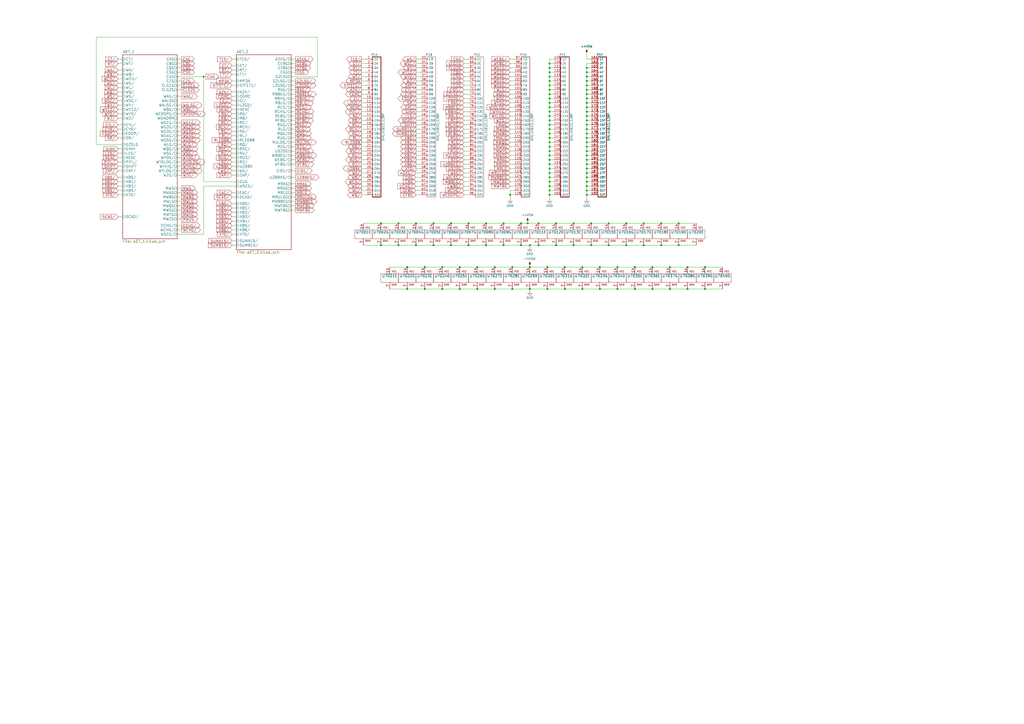
<source format=kicad_sch>
(kicad_sch (version 20211123) (generator eeschema)
  (paper "A2")
  (junction (at 251.46 142.24))
  (junction (at 318.77 39.37))
  (junction (at 241.3 142.24))
  (junction (at 388.62 167.64))
  (junction (at 340.36 62.23))
  (junction (at 276.86 167.64))
  (junction (at 266.7 167.64))
  (junction (at 318.77 52.07))
  (junction (at 358.14 167.64))
  (junction (at 378.46 154.94))
  (junction (at 398.78 154.94))
  (junction (at 306.07 129.54))
  (junction (at 340.36 95.25))
  (junction (at 337.82 154.94))
  (junction (at 340.36 49.53))
  (junction (at 317.5 167.64))
  (junction (at 378.46 167.64))
  (junction (at 373.38 142.24))
  (junction (at 340.36 52.07))
  (junction (at 342.9 142.24))
  (junction (at 408.94 167.64))
  (junction (at 340.36 44.45))
  (junction (at 340.36 46.99))
  (junction (at 340.36 105.41))
  (junction (at 358.14 154.94))
  (junction (at 318.77 102.87))
  (junction (at 340.36 67.31))
  (junction (at 347.98 167.64))
  (junction (at 340.36 85.09))
  (junction (at 231.14 142.24))
  (junction (at 340.36 74.93))
  (junction (at 340.36 110.49))
  (junction (at 318.77 107.95))
  (junction (at 256.54 167.64))
  (junction (at 318.77 77.47))
  (junction (at 340.36 41.91))
  (junction (at 342.9 129.54))
  (junction (at 318.77 95.25))
  (junction (at 318.77 46.99))
  (junction (at 292.1 142.24))
  (junction (at 340.36 39.37))
  (junction (at 307.34 142.24))
  (junction (at 302.26 142.24))
  (junction (at 302.26 129.54))
  (junction (at 276.86 154.94))
  (junction (at 383.54 142.24))
  (junction (at 317.5 154.94))
  (junction (at 118.11 44.45))
  (junction (at 340.36 59.69))
  (junction (at 340.36 87.63))
  (junction (at 318.77 49.53))
  (junction (at 220.98 142.24))
  (junction (at 287.02 167.64))
  (junction (at 261.62 129.54))
  (junction (at 398.78 167.64))
  (junction (at 297.18 154.94))
  (junction (at 340.36 90.17))
  (junction (at 340.36 72.39))
  (junction (at 347.98 154.94))
  (junction (at 340.36 54.61))
  (junction (at 340.36 69.85))
  (junction (at 297.18 167.64))
  (junction (at 318.77 80.01))
  (junction (at 340.36 82.55))
  (junction (at 307.34 167.64))
  (junction (at 318.77 87.63))
  (junction (at 318.77 41.91))
  (junction (at 383.54 129.54))
  (junction (at 340.36 57.15))
  (junction (at 332.74 142.24))
  (junction (at 373.38 129.54))
  (junction (at 318.77 36.83))
  (junction (at 307.34 154.94))
  (junction (at 251.46 129.54))
  (junction (at 318.77 54.61))
  (junction (at 340.36 113.03))
  (junction (at 312.42 129.54))
  (junction (at 340.36 77.47))
  (junction (at 236.22 154.94))
  (junction (at 353.06 129.54))
  (junction (at 318.77 72.39))
  (junction (at 318.77 100.33))
  (junction (at 256.54 154.94))
  (junction (at 327.66 154.94))
  (junction (at 281.94 129.54))
  (junction (at 340.36 107.95))
  (junction (at 281.94 142.24))
  (junction (at 271.78 129.54))
  (junction (at 332.74 129.54))
  (junction (at 340.36 102.87))
  (junction (at 318.77 69.85))
  (junction (at 368.3 154.94))
  (junction (at 368.3 167.64))
  (junction (at 241.3 129.54))
  (junction (at 327.66 167.64))
  (junction (at 246.38 154.94))
  (junction (at 246.38 167.64))
  (junction (at 292.1 129.54))
  (junction (at 340.36 97.79))
  (junction (at 318.77 85.09))
  (junction (at 318.77 74.93))
  (junction (at 388.62 154.94))
  (junction (at 363.22 142.24))
  (junction (at 318.77 62.23))
  (junction (at 393.7 129.54))
  (junction (at 220.98 129.54))
  (junction (at 318.77 59.69))
  (junction (at 318.77 113.03))
  (junction (at 353.06 142.24))
  (junction (at 318.77 90.17))
  (junction (at 261.62 142.24))
  (junction (at 340.36 64.77))
  (junction (at 318.77 64.77))
  (junction (at 318.77 44.45))
  (junction (at 322.58 142.24))
  (junction (at 340.36 92.71))
  (junction (at 266.7 154.94))
  (junction (at 318.77 82.55))
  (junction (at 318.77 67.31))
  (junction (at 322.58 129.54))
  (junction (at 287.02 154.94))
  (junction (at 337.82 167.64))
  (junction (at 340.36 100.33))
  (junction (at 312.42 142.24))
  (junction (at 236.22 167.64))
  (junction (at 318.77 57.15))
  (junction (at 318.77 97.79))
  (junction (at 340.36 80.01))
  (junction (at 295.91 113.03))
  (junction (at 318.77 110.49))
  (junction (at 231.14 129.54))
  (junction (at 408.94 154.94))
  (junction (at 318.77 92.71))
  (junction (at 393.7 142.24))
  (junction (at 271.78 142.24))
  (junction (at 318.77 105.41))
  (junction (at 363.22 129.54))
  (wire (pts (xy 269.24 95.25) (xy 271.78 95.25)))
  (wire (pts (xy 231.14 142.24) (xy 220.98 142.24)))
  (wire (pts (xy 243.84 82.55) (xy 241.3 82.55)))
  (wire (pts (xy 71.12 96.52) (xy 68.58 96.52)))
  (wire (pts (xy 266.7 167.64) (xy 276.86 167.64)))
  (wire (pts (xy 318.77 46.99) (xy 318.77 49.53)))
  (wire (pts (xy 298.45 100.33) (xy 295.91 100.33)))
  (wire (pts (xy 295.91 49.53) (xy 298.45 49.53)))
  (wire (pts (xy 347.98 154.94) (xy 358.14 154.94)))
  (wire (pts (xy 102.87 130.81) (xy 105.41 130.81)))
  (wire (pts (xy 137.16 99.06) (xy 134.62 99.06)))
  (wire (pts (xy 210.82 129.54) (xy 220.98 129.54)))
  (wire (pts (xy 340.36 80.01) (xy 340.36 82.55)))
  (wire (pts (xy 340.36 72.39) (xy 340.36 74.93)))
  (wire (pts (xy 340.36 67.31) (xy 342.9 67.31)))
  (wire (pts (xy 168.91 99.06) (xy 171.45 99.06)))
  (wire (pts (xy 137.16 93.98) (xy 134.62 93.98)))
  (wire (pts (xy 302.26 129.54) (xy 306.07 129.54)))
  (wire (pts (xy 137.16 81.28) (xy 134.62 81.28)))
  (wire (pts (xy 295.91 67.31) (xy 298.45 67.31)))
  (wire (pts (xy 269.24 62.23) (xy 271.78 62.23)))
  (wire (pts (xy 212.09 102.87) (xy 209.55 102.87)))
  (wire (pts (xy 318.77 74.93) (xy 321.31 74.93)))
  (wire (pts (xy 55.88 21.59) (xy 55.88 83.82)))
  (wire (pts (xy 71.12 34.29) (xy 68.58 34.29)))
  (wire (pts (xy 317.5 167.64) (xy 327.66 167.64)))
  (wire (pts (xy 256.54 154.94) (xy 266.7 154.94)))
  (wire (pts (xy 295.91 110.49) (xy 298.45 110.49)))
  (wire (pts (xy 71.12 105.41) (xy 68.58 105.41)))
  (wire (pts (xy 340.36 102.87) (xy 342.9 102.87)))
  (wire (pts (xy 137.16 38.1) (xy 134.62 38.1)))
  (wire (pts (xy 318.77 36.83) (xy 321.31 36.83)))
  (wire (pts (xy 212.09 74.93) (xy 209.55 74.93)))
  (wire (pts (xy 269.24 64.77) (xy 271.78 64.77)))
  (wire (pts (xy 246.38 167.64) (xy 256.54 167.64)))
  (wire (pts (xy 271.78 39.37) (xy 269.24 39.37)))
  (wire (pts (xy 168.91 119.38) (xy 171.45 119.38)))
  (wire (pts (xy 269.24 57.15) (xy 271.78 57.15)))
  (wire (pts (xy 212.09 110.49) (xy 209.55 110.49)))
  (wire (pts (xy 102.87 66.04) (xy 105.41 66.04)))
  (wire (pts (xy 102.87 116.84) (xy 105.41 116.84)))
  (wire (pts (xy 168.91 36.83) (xy 171.45 36.83)))
  (wire (pts (xy 102.87 127) (xy 105.41 127)))
  (wire (pts (xy 340.36 62.23) (xy 342.9 62.23)))
  (wire (pts (xy 340.36 100.33) (xy 340.36 102.87)))
  (wire (pts (xy 318.77 46.99) (xy 321.31 46.99)))
  (wire (pts (xy 408.94 167.64) (xy 419.1 167.64)))
  (wire (pts (xy 212.09 92.71) (xy 209.55 92.71)))
  (wire (pts (xy 318.77 107.95) (xy 321.31 107.95)))
  (wire (pts (xy 340.36 36.83) (xy 340.36 39.37)))
  (wire (pts (xy 317.5 154.94) (xy 327.66 154.94)))
  (wire (pts (xy 295.91 113.03) (xy 295.91 115.57)))
  (wire (pts (xy 269.24 54.61) (xy 271.78 54.61)))
  (wire (pts (xy 137.16 91.44) (xy 134.62 91.44)))
  (wire (pts (xy 137.16 78.74) (xy 134.62 78.74)))
  (wire (pts (xy 312.42 142.24) (xy 307.34 142.24)))
  (wire (pts (xy 388.62 167.64) (xy 398.78 167.64)))
  (wire (pts (xy 298.45 105.41) (xy 295.91 105.41)))
  (wire (pts (xy 137.16 55.88) (xy 134.62 55.88)))
  (wire (pts (xy 269.24 85.09) (xy 271.78 85.09)))
  (wire (pts (xy 318.77 77.47) (xy 321.31 77.47)))
  (wire (pts (xy 71.12 80.01) (xy 68.58 80.01)))
  (wire (pts (xy 340.36 59.69) (xy 340.36 62.23)))
  (wire (pts (xy 378.46 167.64) (xy 388.62 167.64)))
  (wire (pts (xy 212.09 77.47) (xy 209.55 77.47)))
  (wire (pts (xy 340.36 107.95) (xy 340.36 110.49)))
  (wire (pts (xy 243.84 102.87) (xy 241.3 102.87)))
  (wire (pts (xy 269.24 110.49) (xy 271.78 110.49)))
  (wire (pts (xy 292.1 129.54) (xy 302.26 129.54)))
  (wire (pts (xy 340.36 90.17) (xy 340.36 92.71)))
  (wire (pts (xy 220.98 142.24) (xy 210.82 142.24)))
  (wire (pts (xy 137.16 88.9) (xy 134.62 88.9)))
  (wire (pts (xy 340.36 62.23) (xy 340.36 64.77)))
  (wire (pts (xy 306.07 128.27) (xy 306.07 129.54)))
  (wire (pts (xy 368.3 167.64) (xy 378.46 167.64)))
  (wire (pts (xy 137.16 139.7) (xy 134.62 139.7)))
  (wire (pts (xy 71.12 110.49) (xy 68.58 110.49)))
  (wire (pts (xy 269.24 107.95) (xy 271.78 107.95)))
  (wire (pts (xy 281.94 129.54) (xy 292.1 129.54)))
  (wire (pts (xy 212.09 52.07) (xy 209.55 52.07)))
  (wire (pts (xy 298.45 90.17) (xy 295.91 90.17)))
  (wire (pts (xy 340.36 52.07) (xy 340.36 54.61)))
  (wire (pts (xy 353.06 129.54) (xy 363.22 129.54)))
  (wire (pts (xy 340.36 85.09) (xy 342.9 85.09)))
  (wire (pts (xy 271.78 46.99) (xy 269.24 46.99)))
  (wire (pts (xy 340.36 107.95) (xy 342.9 107.95)))
  (wire (pts (xy 347.98 167.64) (xy 358.14 167.64)))
  (wire (pts (xy 269.24 52.07) (xy 271.78 52.07)))
  (wire (pts (xy 408.94 154.94) (xy 419.1 154.94)))
  (wire (pts (xy 318.77 97.79) (xy 318.77 100.33)))
  (wire (pts (xy 340.36 82.55) (xy 340.36 85.09)))
  (wire (pts (xy 297.18 154.94) (xy 307.34 154.94)))
  (wire (pts (xy 298.45 102.87) (xy 295.91 102.87)))
  (wire (pts (xy 71.12 50.8) (xy 68.58 50.8)))
  (wire (pts (xy 243.84 72.39) (xy 241.3 72.39)))
  (wire (pts (xy 398.78 167.64) (xy 408.94 167.64)))
  (wire (pts (xy 243.84 49.53) (xy 241.3 49.53)))
  (wire (pts (xy 261.62 129.54) (xy 271.78 129.54)))
  (wire (pts (xy 318.77 77.47) (xy 318.77 80.01)))
  (wire (pts (xy 340.36 95.25) (xy 340.36 97.79)))
  (wire (pts (xy 118.11 44.45) (xy 119.38 44.45)))
  (wire (pts (xy 340.36 57.15) (xy 342.9 57.15)))
  (wire (pts (xy 137.16 73.66) (xy 134.62 73.66)))
  (wire (pts (xy 168.91 46.99) (xy 171.45 46.99)))
  (wire (pts (xy 340.36 113.03) (xy 342.9 113.03)))
  (wire (pts (xy 243.84 41.91) (xy 241.3 41.91)))
  (wire (pts (xy 340.36 39.37) (xy 340.36 41.91)))
  (wire (pts (xy 383.54 142.24) (xy 373.38 142.24)))
  (wire (pts (xy 363.22 142.24) (xy 353.06 142.24)))
  (wire (pts (xy 243.84 90.17) (xy 241.3 90.17)))
  (wire (pts (xy 102.87 93.98) (xy 105.41 93.98)))
  (wire (pts (xy 318.77 100.33) (xy 318.77 102.87)))
  (wire (pts (xy 168.91 72.39) (xy 171.45 72.39)))
  (wire (pts (xy 307.34 153.67) (xy 307.34 154.94)))
  (wire (pts (xy 340.36 64.77) (xy 340.36 67.31)))
  (wire (pts (xy 318.77 41.91) (xy 318.77 44.45)))
  (wire (pts (xy 271.78 142.24) (xy 261.62 142.24)))
  (wire (pts (xy 307.34 142.24) (xy 302.26 142.24)))
  (wire (pts (xy 212.09 80.01) (xy 209.55 80.01)))
  (wire (pts (xy 342.9 129.54) (xy 353.06 129.54)))
  (wire (pts (xy 292.1 142.24) (xy 281.94 142.24)))
  (wire (pts (xy 340.36 77.47) (xy 340.36 80.01)))
  (wire (pts (xy 269.24 67.31) (xy 271.78 67.31)))
  (wire (pts (xy 340.36 69.85) (xy 340.36 72.39)))
  (wire (pts (xy 168.91 111.76) (xy 171.45 111.76)))
  (wire (pts (xy 71.12 93.98) (xy 68.58 93.98)))
  (wire (pts (xy 340.36 39.37) (xy 342.9 39.37)))
  (wire (pts (xy 71.12 74.93) (xy 68.58 74.93)))
  (wire (pts (xy 271.78 44.45) (xy 269.24 44.45)))
  (wire (pts (xy 71.12 43.18) (xy 68.58 43.18)))
  (wire (pts (xy 318.77 97.79) (xy 321.31 97.79)))
  (wire (pts (xy 295.91 110.49) (xy 295.91 113.03)))
  (wire (pts (xy 137.16 96.52) (xy 134.62 96.52)))
  (wire (pts (xy 212.09 105.41) (xy 209.55 105.41)))
  (wire (pts (xy 137.16 46.99) (xy 134.62 46.99)))
  (wire (pts (xy 102.87 135.89) (xy 118.11 135.89)))
  (wire (pts (xy 137.16 101.6) (xy 134.62 101.6)))
  (wire (pts (xy 332.74 129.54) (xy 342.9 129.54)))
  (wire (pts (xy 298.45 82.55) (xy 295.91 82.55)))
  (wire (pts (xy 71.12 77.47) (xy 68.58 77.47)))
  (wire (pts (xy 340.36 36.83) (xy 342.9 36.83)))
  (wire (pts (xy 318.77 62.23) (xy 318.77 64.77)))
  (wire (pts (xy 168.91 114.3) (xy 171.45 114.3)))
  (wire (pts (xy 102.87 71.12) (xy 105.41 71.12)))
  (wire (pts (xy 271.78 36.83) (xy 269.24 36.83)))
  (wire (pts (xy 340.36 74.93) (xy 342.9 74.93)))
  (wire (pts (xy 340.36 97.79) (xy 342.9 97.79)))
  (wire (pts (xy 243.84 87.63) (xy 241.3 87.63)))
  (wire (pts (xy 102.87 111.76) (xy 105.41 111.76)))
  (wire (pts (xy 212.09 90.17) (xy 209.55 90.17)))
  (wire (pts (xy 340.36 69.85) (xy 342.9 69.85)))
  (wire (pts (xy 340.36 90.17) (xy 342.9 90.17)))
  (wire (pts (xy 318.77 54.61) (xy 318.77 57.15)))
  (wire (pts (xy 340.36 44.45) (xy 342.9 44.45)))
  (wire (pts (xy 318.77 34.29) (xy 321.31 34.29)))
  (wire (pts (xy 243.84 80.01) (xy 241.3 80.01)))
  (wire (pts (xy 295.91 62.23) (xy 298.45 62.23)))
  (wire (pts (xy 102.87 83.82) (xy 105.41 83.82)))
  (wire (pts (xy 318.77 92.71) (xy 321.31 92.71)))
  (wire (pts (xy 212.09 100.33) (xy 209.55 100.33)))
  (wire (pts (xy 269.24 92.71) (xy 271.78 92.71)))
  (wire (pts (xy 212.09 95.25) (xy 209.55 95.25)))
  (wire (pts (xy 340.36 46.99) (xy 342.9 46.99)))
  (wire (pts (xy 318.77 67.31) (xy 321.31 67.31)))
  (wire (pts (xy 212.09 34.29) (xy 209.55 34.29)))
  (wire (pts (xy 168.91 121.92) (xy 171.45 121.92)))
  (wire (pts (xy 295.91 46.99) (xy 298.45 46.99)))
  (wire (pts (xy 307.34 167.64) (xy 307.34 168.91)))
  (wire (pts (xy 246.38 154.94) (xy 256.54 154.94)))
  (wire (pts (xy 243.84 57.15) (xy 241.3 57.15)))
  (wire (pts (xy 318.77 64.77) (xy 318.77 67.31)))
  (wire (pts (xy 102.87 39.37) (xy 105.41 39.37)))
  (wire (pts (xy 168.91 44.45) (xy 184.15 44.45)))
  (wire (pts (xy 337.82 154.94) (xy 347.98 154.94)))
  (wire (pts (xy 363.22 129.54) (xy 373.38 129.54)))
  (wire (pts (xy 340.36 77.47) (xy 342.9 77.47)))
  (wire (pts (xy 340.36 54.61) (xy 342.9 54.61)))
  (wire (pts (xy 318.77 102.87) (xy 321.31 102.87)))
  (wire (pts (xy 71.12 60.96) (xy 68.58 60.96)))
  (wire (pts (xy 340.36 80.01) (xy 342.9 80.01)))
  (wire (pts (xy 340.36 113.03) (xy 340.36 115.57)))
  (wire (pts (xy 306.07 129.54) (xy 312.42 129.54)))
  (wire (pts (xy 212.09 41.91) (xy 209.55 41.91)))
  (wire (pts (xy 383.54 129.54) (xy 393.7 129.54)))
  (wire (pts (xy 318.77 52.07) (xy 318.77 54.61)))
  (wire (pts (xy 243.84 39.37) (xy 241.3 39.37)))
  (wire (pts (xy 340.36 100.33) (xy 342.9 100.33)))
  (wire (pts (xy 168.91 57.15) (xy 171.45 57.15)))
  (wire (pts (xy 137.16 133.35) (xy 134.62 133.35)))
  (wire (pts (xy 322.58 142.24) (xy 312.42 142.24)))
  (wire (pts (xy 137.16 86.36) (xy 134.62 86.36)))
  (wire (pts (xy 168.91 41.91) (xy 171.45 41.91)))
  (wire (pts (xy 318.77 69.85) (xy 321.31 69.85)))
  (wire (pts (xy 168.91 80.01) (xy 171.45 80.01)))
  (wire (pts (xy 241.3 142.24) (xy 231.14 142.24)))
  (wire (pts (xy 102.87 44.45) (xy 118.11 44.45)))
  (wire (pts (xy 318.77 110.49) (xy 318.77 113.03)))
  (wire (pts (xy 168.91 85.09) (xy 171.45 85.09)))
  (wire (pts (xy 269.24 82.55) (xy 271.78 82.55)))
  (wire (pts (xy 318.77 44.45) (xy 318.77 46.99)))
  (wire (pts (xy 102.87 124.46) (xy 105.41 124.46)))
  (wire (pts (xy 340.36 85.09) (xy 340.36 87.63)))
  (wire (pts (xy 102.87 121.92) (xy 105.41 121.92)))
  (wire (pts (xy 212.09 39.37) (xy 209.55 39.37)))
  (wire (pts (xy 269.24 105.41) (xy 271.78 105.41)))
  (wire (pts (xy 269.24 77.47) (xy 271.78 77.47)))
  (wire (pts (xy 318.77 90.17) (xy 318.77 92.71)))
  (wire (pts (xy 318.77 82.55) (xy 321.31 82.55)))
  (wire (pts (xy 168.91 39.37) (xy 171.45 39.37)))
  (wire (pts (xy 318.77 74.93) (xy 318.77 77.47)))
  (wire (pts (xy 295.91 57.15) (xy 298.45 57.15)))
  (wire (pts (xy 318.77 72.39) (xy 318.77 74.93)))
  (wire (pts (xy 168.91 109.22) (xy 171.45 109.22)))
  (wire (pts (xy 168.91 62.23) (xy 171.45 62.23)))
  (wire (pts (xy 102.87 49.53) (xy 105.41 49.53)))
  (wire (pts (xy 168.91 102.87) (xy 171.45 102.87)))
  (wire (pts (xy 318.77 107.95) (xy 318.77 110.49)))
  (wire (pts (xy 168.91 54.61) (xy 171.45 54.61)))
  (wire (pts (xy 318.77 64.77) (xy 321.31 64.77)))
  (wire (pts (xy 318.77 92.71) (xy 318.77 95.25)))
  (wire (pts (xy 318.77 39.37) (xy 318.77 41.91)))
  (wire (pts (xy 168.91 90.17) (xy 171.45 90.17)))
  (wire (pts (xy 168.91 67.31) (xy 171.45 67.31)))
  (wire (pts (xy 71.12 102.87) (xy 68.58 102.87)))
  (wire (pts (xy 318.77 69.85) (xy 318.77 72.39)))
  (wire (pts (xy 318.77 113.03) (xy 321.31 113.03)))
  (wire (pts (xy 271.78 49.53) (xy 269.24 49.53)))
  (wire (pts (xy 318.77 105.41) (xy 318.77 107.95)))
  (wire (pts (xy 251.46 129.54) (xy 261.62 129.54)))
  (wire (pts (xy 71.12 72.39) (xy 68.58 72.39)))
  (wire (pts (xy 318.77 85.09) (xy 321.31 85.09)))
  (wire (pts (xy 318.77 105.41) (xy 321.31 105.41)))
  (wire (pts (xy 212.09 57.15) (xy 209.55 57.15)))
  (wire (pts (xy 118.11 44.45) (xy 118.11 105.41)))
  (wire (pts (xy 71.12 45.72) (xy 68.58 45.72)))
  (wire (pts (xy 327.66 167.64) (xy 337.82 167.64)))
  (wire (pts (xy 318.77 80.01) (xy 318.77 82.55)))
  (wire (pts (xy 71.12 55.88) (xy 68.58 55.88)))
  (wire (pts (xy 318.77 87.63) (xy 321.31 87.63)))
  (wire (pts (xy 318.77 62.23) (xy 321.31 62.23)))
  (wire (pts (xy 168.91 69.85) (xy 171.45 69.85)))
  (wire (pts (xy 340.36 49.53) (xy 342.9 49.53)))
  (wire (pts (xy 340.36 44.45) (xy 340.36 46.99)))
  (wire (pts (xy 137.16 66.04) (xy 134.62 66.04)))
  (wire (pts (xy 102.87 81.28) (xy 105.41 81.28)))
  (wire (pts (xy 340.36 87.63) (xy 340.36 90.17)))
  (wire (pts (xy 340.36 97.79) (xy 340.36 100.33)))
  (wire (pts (xy 318.77 49.53) (xy 318.77 52.07)))
  (wire (pts (xy 393.7 129.54) (xy 403.86 129.54)))
  (wire (pts (xy 212.09 107.95) (xy 209.55 107.95)))
  (wire (pts (xy 212.09 85.09) (xy 209.55 85.09)))
  (wire (pts (xy 318.77 57.15) (xy 321.31 57.15)))
  (wire (pts (xy 137.16 83.82) (xy 134.62 83.82)))
  (wire (pts (xy 327.66 154.94) (xy 337.82 154.94)))
  (wire (pts (xy 71.12 99.06) (xy 68.58 99.06)))
  (wire (pts (xy 226.06 154.94) (xy 236.22 154.94)))
  (wire (pts (xy 168.91 34.29) (xy 171.45 34.29)))
  (wire (pts (xy 269.24 74.93) (xy 271.78 74.93)))
  (wire (pts (xy 312.42 129.54) (xy 322.58 129.54)))
  (wire (pts (xy 269.24 97.79) (xy 271.78 97.79)))
  (wire (pts (xy 340.36 92.71) (xy 342.9 92.71)))
  (wire (pts (xy 393.7 142.24) (xy 383.54 142.24)))
  (wire (pts (xy 243.84 85.09) (xy 241.3 85.09)))
  (wire (pts (xy 287.02 154.94) (xy 297.18 154.94)))
  (wire (pts (xy 243.84 105.41) (xy 241.3 105.41)))
  (wire (pts (xy 55.88 83.82) (xy 71.12 83.82)))
  (wire (pts (xy 318.77 95.25) (xy 318.77 97.79)))
  (wire (pts (xy 212.09 46.99) (xy 209.55 46.99)))
  (wire (pts (xy 212.09 64.77) (xy 209.55 64.77)))
  (wire (pts (xy 137.16 63.5) (xy 134.62 63.5)))
  (wire (pts (xy 212.09 69.85) (xy 209.55 69.85)))
  (wire (pts (xy 102.87 86.36) (xy 105.41 86.36)))
  (wire (pts (xy 168.91 95.25) (xy 171.45 95.25)))
  (wire (pts (xy 269.24 87.63) (xy 271.78 87.63)))
  (wire (pts (xy 261.62 142.24) (xy 251.46 142.24)))
  (wire (pts (xy 307.34 142.24) (xy 307.34 143.51)))
  (wire (pts (xy 168.91 64.77) (xy 171.45 64.77)))
  (wire (pts (xy 236.22 154.94) (xy 246.38 154.94)))
  (wire (pts (xy 340.36 41.91) (xy 342.9 41.91)))
  (wire (pts (xy 318.77 34.29) (xy 318.77 36.83)))
  (wire (pts (xy 297.18 167.64) (xy 307.34 167.64)))
  (wire (pts (xy 342.9 34.29) (xy 340.36 34.29)))
  (wire (pts (xy 340.36 34.29) (xy 340.36 30.48)))
  (wire (pts (xy 318.77 41.91) (xy 321.31 41.91)))
  (wire (pts (xy 340.36 46.99) (xy 340.36 49.53)))
  (wire (pts (xy 71.12 58.42) (xy 68.58 58.42)))
  (wire (pts (xy 295.91 59.69) (xy 298.45 59.69)))
  (wire (pts (xy 71.12 113.03) (xy 68.58 113.03)))
  (wire (pts (xy 241.3 129.54) (xy 251.46 129.54)))
  (wire (pts (xy 298.45 107.95) (xy 295.91 107.95)))
  (wire (pts (xy 353.06 142.24) (xy 342.9 142.24)))
  (wire (pts (xy 271.78 129.54) (xy 281.94 129.54)))
  (wire (pts (xy 137.16 60.96) (xy 134.62 60.96)))
  (wire (pts (xy 298.45 80.01) (xy 295.91 80.01)))
  (wire (pts (xy 102.87 60.96) (xy 105.41 60.96)))
  (wire (pts (xy 243.84 34.29) (xy 241.3 34.29)))
  (wire (pts (xy 340.36 41.91) (xy 340.36 44.45)))
  (wire (pts (xy 340.36 49.53) (xy 340.36 52.07)))
  (wire (pts (xy 318.77 52.07) (xy 321.31 52.07)))
  (wire (pts (xy 340.36 67.31) (xy 340.36 69.85)))
  (wire (pts (xy 276.86 154.94) (xy 287.02 154.94)))
  (wire (pts (xy 168.91 92.71) (xy 171.45 92.71)))
  (wire (pts (xy 340.36 54.61) (xy 340.36 57.15)))
  (wire (pts (xy 295.91 54.61) (xy 298.45 54.61)))
  (wire (pts (xy 368.3 154.94) (xy 378.46 154.94)))
  (wire (pts (xy 243.84 97.79) (xy 241.3 97.79)))
  (wire (pts (xy 298.45 97.79) (xy 295.91 97.79)))
  (wire (pts (xy 137.16 76.2) (xy 134.62 76.2)))
  (wire (pts (xy 340.36 92.71) (xy 340.36 95.25)))
  (wire (pts (xy 168.91 106.68) (xy 171.45 106.68)))
  (wire (pts (xy 340.36 110.49) (xy 342.9 110.49)))
  (wire (pts (xy 281.94 142.24) (xy 271.78 142.24)))
  (wire (pts (xy 102.87 78.74) (xy 105.41 78.74)))
  (wire (pts (xy 102.87 133.35) (xy 105.41 133.35)))
  (wire (pts (xy 243.84 62.23) (xy 241.3 62.23)))
  (wire (pts (xy 212.09 67.31) (xy 209.55 67.31)))
  (wire (pts (xy 71.12 53.34) (xy 68.58 53.34)))
  (wire (pts (xy 212.09 59.69) (xy 209.55 59.69)))
  (wire (pts (xy 298.45 95.25) (xy 295.91 95.25)))
  (wire (pts (xy 168.91 77.47) (xy 171.45 77.47)))
  (wire (pts (xy 71.12 125.73) (xy 68.58 125.73)))
  (wire (pts (xy 318.77 72.39) (xy 321.31 72.39)))
  (wire (pts (xy 340.36 52.07) (xy 342.9 52.07)))
  (wire (pts (xy 269.24 69.85) (xy 271.78 69.85)))
  (wire (pts (xy 256.54 167.64) (xy 266.7 167.64)))
  (wire (pts (xy 287.02 167.64) (xy 297.18 167.64)))
  (wire (pts (xy 332.74 142.24) (xy 322.58 142.24)))
  (wire (pts (xy 340.36 82.55) (xy 342.9 82.55)))
  (wire (pts (xy 168.91 82.55) (xy 171.45 82.55)))
  (wire (pts (xy 137.16 135.89) (xy 134.62 135.89)))
  (wire (pts (xy 318.77 90.17) (xy 321.31 90.17)))
  (wire (pts (xy 212.09 87.63) (xy 209.55 87.63)))
  (wire (pts (xy 318.77 82.55) (xy 318.77 85.09)))
  (wire (pts (xy 318.77 54.61) (xy 321.31 54.61)))
  (wire (pts (xy 137.16 125.73) (xy 134.62 125.73)))
  (wire (pts (xy 295.91 69.85) (xy 298.45 69.85)))
  (wire (pts (xy 118.11 107.95) (xy 137.16 107.95)))
  (wire (pts (xy 137.16 142.24) (xy 134.62 142.24)))
  (wire (pts (xy 243.84 74.93) (xy 241.3 74.93)))
  (wire (pts (xy 137.16 49.53) (xy 134.62 49.53)))
  (wire (pts (xy 137.16 130.81) (xy 134.62 130.81)))
  (wire (pts (xy 102.87 55.88) (xy 105.41 55.88)))
  (wire (pts (xy 168.91 59.69) (xy 171.45 59.69)))
  (wire (pts (xy 137.16 123.19) (xy 134.62 123.19)))
  (wire (pts (xy 269.24 72.39) (xy 271.78 72.39)))
  (wire (pts (xy 295.91 39.37) (xy 298.45 39.37)))
  (wire (pts (xy 184.15 44.45) (xy 184.15 21.59)))
  (wire (pts (xy 102.87 46.99) (xy 105.41 46.99)))
  (wire (pts (xy 137.16 128.27) (xy 134.62 128.27)))
  (wire (pts (xy 168.91 49.53) (xy 171.45 49.53)))
  (wire (pts (xy 373.38 142.24) (xy 363.22 142.24)))
  (wire (pts (xy 102.87 41.91) (xy 105.41 41.91)))
  (wire (pts (xy 243.84 54.61) (xy 241.3 54.61)))
  (wire (pts (xy 318.77 57.15) (xy 318.77 59.69)))
  (wire (pts (xy 295.91 52.07) (xy 298.45 52.07)))
  (wire (pts (xy 318.77 100.33) (xy 321.31 100.33)))
  (wire (pts (xy 318.77 39.37) (xy 321.31 39.37)))
  (wire (pts (xy 243.84 107.95) (xy 241.3 107.95)))
  (wire (pts (xy 373.38 129.54) (xy 383.54 129.54)))
  (wire (pts (xy 342.9 142.24) (xy 332.74 142.24)))
  (wire (pts (xy 212.09 97.79) (xy 209.55 97.79)))
  (wire (pts (xy 318.77 59.69) (xy 321.31 59.69)))
  (wire (pts (xy 231.14 129.54) (xy 241.3 129.54)))
  (wire (pts (xy 269.24 80.01) (xy 271.78 80.01)))
  (wire (pts (xy 212.09 113.03) (xy 209.55 113.03)))
  (wire (pts (xy 295.91 41.91) (xy 298.45 41.91)))
  (wire (pts (xy 137.16 68.58) (xy 134.62 68.58)))
  (wire (pts (xy 168.91 52.07) (xy 171.45 52.07)))
  (wire (pts (xy 212.09 49.53) (xy 209.55 49.53)))
  (wire (pts (xy 243.84 113.03) (xy 241.3 113.03)))
  (wire (pts (xy 318.77 85.09) (xy 318.77 87.63)))
  (wire (pts (xy 243.84 100.33) (xy 241.3 100.33)))
  (wire (pts (xy 137.16 53.34) (xy 134.62 53.34)))
  (wire (pts (xy 307.34 154.94) (xy 317.5 154.94)))
  (wire (pts (xy 71.12 91.44) (xy 68.58 91.44)))
  (wire (pts (xy 318.77 102.87) (xy 318.77 105.41)))
  (wire (pts (xy 71.12 48.26) (xy 68.58 48.26)))
  (wire (pts (xy 302.26 142.24) (xy 292.1 142.24)))
  (wire (pts (xy 269.24 113.03) (xy 271.78 113.03)))
  (wire (pts (xy 243.84 92.71) (xy 241.3 92.71)))
  (wire (pts (xy 212.09 72.39) (xy 209.55 72.39)))
  (wire (pts (xy 118.11 135.89) (xy 118.11 107.95)))
  (wire (pts (xy 102.87 114.3) (xy 105.41 114.3)))
  (wire (pts (xy 212.09 62.23) (xy 209.55 62.23)))
  (wire (pts (xy 137.16 40.64) (xy 134.62 40.64)))
  (wire (pts (xy 243.84 36.83) (xy 241.3 36.83)))
  (wire (pts (xy 295.91 64.77) (xy 298.45 64.77)))
  (wire (pts (xy 307.34 167.64) (xy 317.5 167.64)))
  (wire (pts (xy 137.16 34.29) (xy 134.62 34.29)))
  (wire (pts (xy 71.12 86.36) (xy 68.58 86.36)))
  (wire (pts (xy 102.87 36.83) (xy 105.41 36.83)))
  (wire (pts (xy 243.84 77.47) (xy 241.3 77.47)))
  (wire (pts (xy 398.78 154.94) (xy 408.94 154.94)))
  (wire (pts (xy 298.45 72.39) (xy 295.91 72.39)))
  (wire (pts (xy 340.36 59.69) (xy 342.9 59.69)))
  (wire (pts (xy 212.09 82.55) (xy 209.55 82.55)))
  (wire (pts (xy 137.16 111.76) (xy 134.62 111.76)))
  (wire (pts (xy 102.87 96.52) (xy 105.41 96.52)))
  (wire (pts (xy 102.87 63.5) (xy 105.41 63.5)))
  (wire (pts (xy 318.77 87.63) (xy 318.77 90.17)))
  (wire (pts (xy 388.62 154.94) (xy 398.78 154.94)))
  (wire (pts (xy 322.58 129.54) (xy 332.74 129.54)))
  (wire (pts (xy 298.45 77.47) (xy 295.91 77.47)))
  (wire (pts (xy 340.36 57.15) (xy 340.36 59.69)))
  (wire (pts (xy 243.84 46.99) (xy 241.3 46.99)))
  (wire (pts (xy 243.84 59.69) (xy 241.3 59.69)))
  (wire (pts (xy 220.98 129.54) (xy 231.14 129.54)))
  (wire (pts (xy 318.77 44.45) (xy 321.31 44.45)))
  (wire (pts (xy 403.86 142.24) (xy 393.7 142.24)))
  (wire (pts (xy 243.84 110.49) (xy 241.3 110.49)))
  (wire (pts (xy 340.36 72.39) (xy 342.9 72.39)))
  (wire (pts (xy 137.16 71.12) (xy 134.62 71.12)))
  (wire (pts (xy 295.91 113.03) (xy 298.45 113.03)))
  (wire (pts (xy 295.91 34.29) (xy 298.45 34.29)))
  (wire (pts (xy 137.16 120.65) (xy 134.62 120.65)))
  (wire (pts (xy 102.87 91.44) (xy 105.41 91.44)))
  (wire (pts (xy 137.16 43.18) (xy 134.62 43.18)))
  (wire (pts (xy 269.24 59.69) (xy 271.78 59.69)))
  (wire (pts (xy 318.77 36.83) (xy 318.77 39.37)))
  (wire (pts (xy 71.12 40.64) (xy 68.58 40.64)))
  (wire (pts (xy 212.09 54.61) (xy 209.55 54.61)))
  (wire (pts (xy 102.87 76.2) (xy 105.41 76.2)))
  (wire (pts (xy 269.24 102.87) (xy 271.78 102.87)))
  (wire (pts (xy 340.36 95.25) (xy 342.9 95.25)))
  (wire (pts (xy 318.77 49.53) (xy 321.31 49.53)))
  (wire (pts (xy 337.82 167.64) (xy 347.98 167.64)))
  (wire (pts (xy 318.77 110.49) (xy 321.31 110.49)))
  (wire (pts (xy 340.36 110.49) (xy 340.36 113.03)))
  (wire (pts (xy 71.12 66.04) (xy 68.58 66.04)))
  (wire (pts (xy 102.87 73.66) (xy 105.41 73.66)))
  (wire (pts (xy 298.45 92.71) (xy 295.91 92.71)))
  (wire (pts (xy 318.77 113.03) (xy 318.77 115.57)))
  (wire (pts (xy 212.09 36.83) (xy 209.55 36.83)))
  (wire (pts (xy 243.84 52.07) (xy 241.3 52.07)))
  (wire (pts (xy 243.84 64.77) (xy 241.3 64.77)))
  (wire (pts (xy 102.87 52.07) (xy 105.41 52.07)))
  (wire (pts (xy 340.36 74.93) (xy 340.36 77.47)))
  (wire (pts (xy 318.77 67.31) (xy 318.77 69.85)))
  (wire (pts (xy 71.12 88.9) (xy 68.58 88.9)))
  (wire (pts (xy 269.24 100.33) (xy 271.78 100.33)))
  (wire (pts (xy 298.45 74.93) (xy 295.91 74.93)))
  (wire (pts (xy 251.46 142.24) (xy 241.3 142.24)))
  (wire (pts (xy 243.84 67.31) (xy 241.3 67.31)))
  (wire (pts (xy 318.77 59.69) (xy 318.77 62.23)))
  (wire (pts (xy 295.91 44.45) (xy 298.45 44.45)))
  (wire (pts (xy 243.84 69.85) (xy 241.3 69.85)))
  (wire (pts (xy 71.12 68.58) (xy 68.58 68.58)))
  (wire (pts (xy 243.84 95.25) (xy 241.3 95.25)))
  (wire (pts (xy 340.36 87.63) (xy 342.9 87.63)))
  (wire (pts (xy 102.87 34.29) (xy 105.41 34.29)))
  (wire (pts (xy 137.16 118.11) (xy 134.62 118.11)))
  (wire (pts (xy 271.78 41.91) (xy 269.24 41.91)))
  (wire (pts (xy 340.36 105.41) (xy 340.36 107.95)))
  (wire (pts (xy 71.12 107.95) (xy 68.58 107.95)))
  (wire (pts (xy 298.45 87.63) (xy 295.91 87.63)))
  (wire (pts (xy 318.77 80.01) (xy 321.31 80.01)))
  (wire (pts (xy 298.45 85.09) (xy 295.91 85.09)))
  (wire (pts (xy 340.36 64.77) (xy 342.9 64.77)))
  (wire (pts (xy 102.87 101.6) (xy 105.41 101.6)))
  (wire (pts (xy 102.87 119.38) (xy 105.41 119.38)))
  (wire (pts (xy 378.46 154.94) (xy 388.62 154.94)))
  (wire (pts (xy 71.12 36.83) (xy 68.58 36.83)))
  (wire (pts (xy 102.87 99.06) (xy 105.41 99.06)))
  (wire (pts (xy 168.91 116.84) (xy 171.45 116.84)))
  (wire (pts (xy 137.16 114.3) (xy 134.62 114.3)))
  (wire (pts (xy 102.87 109.22) (xy 105.41 109.22)))
  (wire (pts (xy 102.87 88.9) (xy 105.41 88.9)))
  (wire (pts (xy 184.15 21.59) (xy 55.88 21.59)))
  (wire (pts (xy 340.36 105.41) (xy 342.9 105.41)))
  (wire (pts (xy 271.78 34.29) (xy 269.24 34.29)))
  (wire (pts (xy 118.11 105.41) (xy 137.16 105.41)))
  (wire (pts (xy 266.7 154.94) (xy 276.86 154.94)))
  (wire (pts (xy 243.84 44.45) (xy 241.3 44.45)))
  (wire (pts (xy 168.91 87.63) (xy 171.45 87.63)))
  (wire (pts (xy 269.24 90.17) (xy 271.78 90.17)))
  (wire (pts (xy 295.91 36.83) (xy 298.45 36.83)))
  (wire (pts (xy 137.16 58.42) (xy 134.62 58.42)))
  (wire (pts (xy 358.14 154.94) (xy 368.3 154.94)))
  (wire (pts (xy 318.77 95.25) (xy 321.31 95.25)))
  (wire (pts (xy 168.91 74.93) (xy 171.45 74.93)))
  (wire (pts (xy 71.12 63.5) (xy 68.58 63.5)))
  (wire (pts (xy 276.86 167.64) (xy 287.02 167.64)))
  (wire (pts (xy 340.36 102.87) (xy 340.36 105.41)))
  (wire (pts (xy 212.09 44.45) (xy 209.55 44.45)))
  (wire (pts (xy 236.22 167.64) (xy 246.38 167.64)))
  (wire (pts (xy 226.06 167.64) (xy 236.22 167.64)))
  (wire (pts (xy 358.14 167.64) (xy 368.3 167.64)))
  (global_label "XB0/" (shape input) (at 68.58 102.87 180) (effects (font (size 1.524 1.524))) (property "Referenzen zwischen Schaltplänen" "${INTERSHEET_REFS}" (effects hide)))
  (global_label "WS/" (shape output) (at 241.3 34.29 180) (effects (font (size 1.524 1.524))) (property "Referenzen zwischen Schaltplänen" "${INTERSHEET_REFS}" (effects hide)))
  (global_label "RA/" (shape input) (at 134.62 66.04 180) (effects (font (size 1.524 1.524))) (property "Referenzen zwischen Schaltplänen" "${INTERSHEET_REFS}" (effects hide)))
  (global_label "WA/" (shape input) (at 68.58 40.64 180) (effects (font (size 1.524 1.524))) (property "Referenzen zwischen Schaltplänen" "${INTERSHEET_REFS}" (effects hide)))
  (global_label "RBHG/" (shape input) (at 269.24 64.77 180) (effects (font (size 1.524 1.524))) (property "Referenzen zwischen Schaltplänen" "${INTERSHEET_REFS}" (effects hide)))
  (global_label "MRLG" (shape output) (at 171.45 111.76 0) (effects (font (size 1.524 1.524))) (property "Referenzen zwischen Schaltplänen" "${INTERSHEET_REFS}" (effects hide)))
  (global_label "CEBG" (shape input) (at 241.3 110.49 180) (effects (font (size 1.524 1.524))) (property "Referenzen zwischen Schaltplänen" "${INTERSHEET_REFS}" (effects hide)))
  (global_label "MWEBG" (shape input) (at 295.91 105.41 180) (effects (font (size 1.524 1.524))) (property "Referenzen zwischen Schaltplänen" "${INTERSHEET_REFS}" (effects hide)))
  (global_label "XB2/" (shape input) (at 68.58 107.95 180) (effects (font (size 1.524 1.524))) (property "Referenzen zwischen Schaltplänen" "${INTERSHEET_REFS}" (effects hide)))
  (global_label "RL/" (shape output) (at 209.55 80.01 180) (effects (font (size 1.524 1.524))) (property "Referenzen zwischen Schaltplänen" "${INTERSHEET_REFS}" (effects hide)))
  (global_label "L15/" (shape input) (at 68.58 88.9 180) (effects (font (size 1.524 1.524))) (property "Referenzen zwischen Schaltplänen" "${INTERSHEET_REFS}" (effects hide)))
  (global_label "MRAG" (shape input) (at 295.91 92.71 180) (effects (font (size 1.524 1.524))) (property "Referenzen zwischen Schaltplänen" "${INTERSHEET_REFS}" (effects hide)))
  (global_label "WEDOPG/" (shape output) (at 105.41 66.04 0) (effects (font (size 1.524 1.524))) (property "Referenzen zwischen Schaltplänen" "${INTERSHEET_REFS}" (effects hide)))
  (global_label "RBBEG/" (shape input) (at 269.24 62.23 180) (effects (font (size 1.524 1.524))) (property "Referenzen zwischen Schaltplänen" "${INTERSHEET_REFS}" (effects hide)))
  (global_label "WYD/" (shape input) (at 68.58 66.04 180) (effects (font (size 1.524 1.524))) (property "Referenzen zwischen Schaltplänen" "${INTERSHEET_REFS}" (effects hide)))
  (global_label "XB6/" (shape output) (at 241.3 95.25 180) (effects (font (size 1.524 1.524))) (property "Referenzen zwischen Schaltplänen" "${INTERSHEET_REFS}" (effects hide)))
  (global_label "CYL/" (shape input) (at 68.58 72.39 180) (effects (font (size 1.524 1.524))) (property "Referenzen zwischen Schaltplänen" "${INTERSHEET_REFS}" (effects hide)))
  (global_label "L2GD/" (shape output) (at 209.55 59.69 180) (effects (font (size 1.524 1.524))) (property "Referenzen zwischen Schaltplänen" "${INTERSHEET_REFS}" (effects hide)))
  (global_label "MRGG" (shape output) (at 171.45 109.22 0) (effects (font (size 1.524 1.524))) (property "Referenzen zwischen Schaltplänen" "${INTERSHEET_REFS}" (effects hide)))
  (global_label "G2LSG/" (shape input) (at 269.24 54.61 180) (effects (font (size 1.524 1.524))) (property "Referenzen zwischen Schaltplänen" "${INTERSHEET_REFS}" (effects hide)))
  (global_label "WY12/" (shape input) (at 68.58 63.5 180) (effects (font (size 1.524 1.524))) (property "Referenzen zwischen Schaltplänen" "${INTERSHEET_REFS}" (effects hide)))
  (global_label "XB1/" (shape input) (at 134.62 120.65 180) (effects (font (size 1.524 1.524))) (property "Referenzen zwischen Schaltplänen" "${INTERSHEET_REFS}" (effects hide)))
  (global_label "RBHG/" (shape output) (at 171.45 57.15 0) (effects (font (size 1.524 1.524))) (property "Referenzen zwischen Schaltplänen" "${INTERSHEET_REFS}" (effects hide)))
  (global_label "RZ/" (shape output) (at 209.55 95.25 180) (effects (font (size 1.524 1.524))) (property "Referenzen zwischen Schaltplänen" "${INTERSHEET_REFS}" (effects hide)))
  (global_label "MWLG" (shape input) (at 295.91 80.01 180) (effects (font (size 1.524 1.524))) (property "Referenzen zwischen Schaltplänen" "${INTERSHEET_REFS}" (effects hide)))
  (global_label "MWBG" (shape output) (at 105.41 114.3 0) (effects (font (size 1.524 1.524))) (property "Referenzen zwischen Schaltplänen" "${INTERSHEET_REFS}" (effects hide)))
  (global_label "WBBEG/" (shape output) (at 171.45 90.17 0) (effects (font (size 1.524 1.524))) (property "Referenzen zwischen Schaltplänen" "${INTERSHEET_REFS}" (effects hide)))
  (global_label "WY/" (shape output) (at 241.3 39.37 180) (effects (font (size 1.524 1.524))) (property "Referenzen zwischen Schaltplänen" "${INTERSHEET_REFS}" (effects hide)))
  (global_label "NEAC" (shape input) (at 134.62 63.5 180) (effects (font (size 1.524 1.524))) (property "Referenzen zwischen Schaltplänen" "${INTERSHEET_REFS}" (effects hide)))
  (global_label "ZAP/" (shape output) (at 241.3 49.53 180) (effects (font (size 1.524 1.524))) (property "Referenzen zwischen Schaltplänen" "${INTERSHEET_REFS}" (effects hide)))
  (global_label "STFET1/" (shape input) (at 134.62 49.53 180) (effects (font (size 1.524 1.524))) (property "Referenzen zwischen Schaltplänen" "${INTERSHEET_REFS}" (effects hide)))
  (global_label "WCHG/" (shape output) (at 105.41 133.35 0) (effects (font (size 1.524 1.524))) (property "Referenzen zwischen Schaltplänen" "${INTERSHEET_REFS}" (effects hide)))
  (global_label "SUMA15/" (shape input) (at 134.62 139.7 180) (effects (font (size 1.524 1.524))) (property "Referenzen zwischen Schaltplänen" "${INTERSHEET_REFS}" (effects hide)))
  (global_label "WSC/" (shape input) (at 68.58 58.42 180) (effects (font (size 1.524 1.524))) (property "Referenzen zwischen Schaltplänen" "${INTERSHEET_REFS}" (effects hide)))
  (global_label "MRAG" (shape output) (at 171.45 106.68 0) (effects (font (size 1.524 1.524))) (property "Referenzen zwischen Schaltplänen" "${INTERSHEET_REFS}" (effects hide)))
  (global_label "RA/" (shape output) (at 209.55 67.31 180) (effects (font (size 1.524 1.524))) (property "Referenzen zwischen Schaltplänen" "${INTERSHEET_REFS}" (effects hide)))
  (global_label "MWQG" (shape output) (at 105.41 119.38 0) (effects (font (size 1.524 1.524))) (property "Referenzen zwischen Schaltplänen" "${INTERSHEET_REFS}" (effects hide)))
  (global_label "RCH/" (shape input) (at 134.62 73.66 180) (effects (font (size 1.524 1.524))) (property "Referenzen zwischen Schaltplänen" "${INTERSHEET_REFS}" (effects hide)))
  (global_label "CGMC" (shape output) (at 209.55 54.61 180) (effects (font (size 1.524 1.524))) (property "Referenzen zwischen Schaltplänen" "${INTERSHEET_REFS}" (effects hide)))
  (global_label "T10/" (shape output) (at 209.55 34.29 180) (effects (font (size 1.524 1.524))) (property "Referenzen zwischen Schaltplänen" "${INTERSHEET_REFS}" (effects hide)))
  (global_label "MWSG" (shape input) (at 295.91 85.09 180) (effects (font (size 1.524 1.524))) (property "Referenzen zwischen Schaltplänen" "${INTERSHEET_REFS}" (effects hide)))
  (global_label "WEBG/" (shape input) (at 295.91 34.29 180) (effects (font (size 1.524 1.524))) (property "Referenzen zwischen Schaltplänen" "${INTERSHEET_REFS}" (effects hide)))
  (global_label "MWG" (shape input) (at 295.91 72.39 180) (effects (font (size 1.524 1.524))) (property "Referenzen zwischen Schaltplänen" "${INTERSHEET_REFS}" (effects hide)))
  (global_label "EDOP/" (shape output) (at 241.3 57.15 180) (effects (font (size 1.524 1.524))) (property "Referenzen zwischen Schaltplänen" "${INTERSHEET_REFS}" (effects hide)))
  (global_label "XB5/" (shape input) (at 68.58 110.49 180) (effects (font (size 1.524 1.524))) (property "Referenzen zwischen Schaltplänen" "${INTERSHEET_REFS}" (effects hide)))
  (global_label "CI/" (shape input) (at 134.62 58.42 180) (effects (font (size 1.524 1.524))) (property "Referenzen zwischen Schaltplänen" "${INTERSHEET_REFS}" (effects hide)))
  (global_label "CEBG" (shape output) (at 171.45 36.83 0) (effects (font (size 1.524 1.524))) (property "Referenzen zwischen Schaltplänen" "${INTERSHEET_REFS}" (effects hide)))
  (global_label "RU/" (shape input) (at 134.62 88.9 180) (effects (font (size 1.524 1.524))) (property "Referenzen zwischen Schaltplänen" "${INTERSHEET_REFS}" (effects hide)))
  (global_label "CBG" (shape input) (at 241.3 105.41 180) (effects (font (size 1.524 1.524))) (property "Referenzen zwischen Schaltplänen" "${INTERSHEET_REFS}" (effects hide)))
  (global_label "WALSG/" (shape input) (at 269.24 102.87 180) (effects (font (size 1.524 1.524))) (property "Referenzen zwischen Schaltplänen" "${INTERSHEET_REFS}" (effects hide)))
  (global_label "WG2G/" (shape output) (at 105.41 73.66 0) (effects (font (size 1.524 1.524))) (property "Referenzen zwischen Schaltplänen" "${INTERSHEET_REFS}" (effects hide)))
  (global_label "CI01/" (shape output) (at 171.45 99.06 0) (effects (font (size 1.524 1.524))) (property "Referenzen zwischen Schaltplänen" "${INTERSHEET_REFS}" (effects hide)))
  (global_label "RC/" (shape input) (at 134.62 71.12 180) (effects (font (size 1.524 1.524))) (property "Referenzen zwischen Schaltplänen" "${INTERSHEET_REFS}" (effects hide)))
  (global_label "RB/" (shape input) (at 134.62 68.58 180) (effects (font (size 1.524 1.524))) (property "Referenzen zwischen Schaltplänen" "${INTERSHEET_REFS}" (effects hide)))
  (global_label "WYDLOG/" (shape output) (at 105.41 93.98 0) (effects (font (size 1.524 1.524))) (property "Referenzen zwischen Schaltplänen" "${INTERSHEET_REFS}" (effects hide)))
  (global_label "CQG" (shape input) (at 269.24 41.91 180) (effects (font (size 1.524 1.524))) (property "Referenzen zwischen Schaltplänen" "${INTERSHEET_REFS}" (effects hide)))
  (global_label "WEBG/" (shape output) (at 171.45 92.71 0) (effects (font (size 1.524 1.524))) (property "Referenzen zwischen Schaltplänen" "${INTERSHEET_REFS}" (effects hide)))
  (global_label "XB4/" (shape output) (at 241.3 90.17 180) (effects (font (size 1.524 1.524))) (property "Referenzen zwischen Schaltplänen" "${INTERSHEET_REFS}" (effects hide)))
  (global_label "PIFL/" (shape input) (at 68.58 93.98 180) (effects (font (size 1.524 1.524))) (property "Referenzen zwischen Schaltplänen" "${INTERSHEET_REFS}" (effects hide)))
  (global_label "REBG/" (shape output) (at 171.45 67.31 0) (effects (font (size 1.524 1.524))) (property "Referenzen zwischen Schaltplänen" "${INTERSHEET_REFS}" (effects hide)))
  (global_label "WG5G/" (shape output) (at 105.41 81.28 0) (effects (font (size 1.524 1.524))) (property "Referenzen zwischen Schaltplänen" "${INTERSHEET_REFS}" (effects hide)))
  (global_label "MRULOG" (shape input) (at 295.91 100.33 180) (effects (font (size 1.524 1.524))) (property "Referenzen zwischen Schaltplänen" "${INTERSHEET_REFS}" (effects hide)))
  (global_label "A2XG/" (shape output) (at 171.45 34.29 0) (effects (font (size 1.524 1.524))) (property "Referenzen zwischen Schaltplänen" "${INTERSHEET_REFS}" (effects hide)))
  (global_label "CI01/" (shape input) (at 269.24 52.07 180) (effects (font (size 1.524 1.524))) (property "Referenzen zwischen Schaltplänen" "${INTERSHEET_REFS}" (effects hide)))
  (global_label "CLG2G" (shape input) (at 269.24 39.37 180) (effects (font (size 1.524 1.524))) (property "Referenzen zwischen Schaltplänen" "${INTERSHEET_REFS}" (effects hide)))
  (global_label "RUS/" (shape output) (at 209.55 92.71 180) (effects (font (size 1.524 1.524))) (property "Referenzen zwischen Schaltplänen" "${INTERSHEET_REFS}" (effects hide)))
  (global_label "WBG/" (shape input) (at 269.24 107.95 180) (effects (font (size 1.524 1.524))) (property "Referenzen zwischen Schaltplänen" "${INTERSHEET_REFS}" (effects hide)))
  (global_label "WZG/" (shape input) (at 295.91 69.85 180) (effects (font (size 1.524 1.524))) (property "Referenzen zwischen Schaltplänen" "${INTERSHEET_REFS}" (effects hide)))
  (global_label "A2X/" (shape input) (at 134.62 53.34 180) (effects (font (size 1.524 1.524))) (property "Referenzen zwischen Schaltplänen" "${INTERSHEET_REFS}" (effects hide)))
  (global_label "WAG/" (shape input) (at 269.24 100.33 180) (effects (font (size 1.524 1.524))) (property "Referenzen zwischen Schaltplänen" "${INTERSHEET_REFS}" (effects hide)))
  (global_label "WA/" (shape output) (at 209.55 100.33 180) (effects (font (size 1.524 1.524))) (property "Referenzen zwischen Schaltplänen" "${INTERSHEET_REFS}" (effects hide)))
  (global_label "RG/" (shape output) (at 209.55 77.47 180) (effects (font (size 1.524 1.524))) (property "Referenzen zwischen Schaltplänen" "${INTERSHEET_REFS}" (effects hide)))
  (global_label "WSG/" (shape output) (at 105.41 88.9 0) (effects (font (size 1.524 1.524))) (property "Referenzen zwischen Schaltplänen" "${INTERSHEET_REFS}" (effects hide)))
  (global_label "CLG2G" (shape output) (at 105.41 52.07 0) (effects (font (size 1.524 1.524))) (property "Referenzen zwischen Schaltplänen" "${INTERSHEET_REFS}" (effects hide)))
  (global_label "RT/" (shape input) (at 134.62 40.64 180) (effects (font (size 1.524 1.524))) (property "Referenzen zwischen Schaltplänen" "${INTERSHEET_REFS}" (effects hide)))
  (global_label "WZ/" (shape input) (at 68.58 68.58 180) (effects (font (size 1.524 1.524))) (property "Referenzen zwischen Schaltplänen" "${INTERSHEET_REFS}" (effects hide)))
  (global_label "TT/" (shape input) (at 134.62 43.18 180) (effects (font (size 1.524 1.524))) (property "Referenzen zwischen Schaltplänen" "${INTERSHEET_REFS}" (effects hide)))
  (global_label "MWLG" (shape output) (at 105.41 116.84 0) (effects (font (size 1.524 1.524))) (property "Referenzen zwischen Schaltplänen" "${INTERSHEET_REFS}" (effects hide)))
  (global_label "MWG" (shape output) (at 105.41 109.22 0) (effects (font (size 1.524 1.524))) (property "Referenzen zwischen Schaltplänen" "${INTERSHEET_REFS}" (effects hide)))
  (global_label "EAC/" (shape input) (at 134.62 111.76 180) (effects (font (size 1.524 1.524))) (property "Referenzen zwischen Schaltplänen" "${INTERSHEET_REFS}" (effects hide)))
  (global_label "RQG/" (shape output) (at 171.45 77.47 0) (effects (font (size 1.524 1.524))) (property "Referenzen zwischen Schaltplänen" "${INTERSHEET_REFS}" (effects hide)))
  (global_label "WG/" (shape output) (at 209.55 107.95 180) (effects (font (size 1.524 1.524))) (property "Referenzen zwischen Schaltplänen" "${INTERSHEET_REFS}" (effects hide)))
  (global_label "WY/" (shape input) (at 68.58 60.96 180) (effects (font (size 1.524 1.524))) (property "Referenzen zwischen Schaltplänen" "${INTERSHEET_REFS}" (effects hide)))
  (global_label "WBG/" (shape output) (at 105.41 63.5 0) (effects (font (size 1.524 1.524))) (property "Referenzen zwischen Schaltplänen" "${INTERSHEET_REFS}" (effects hide)))
  (global_label "WYDLOG/" (shape input) (at 295.91 62.23 180) (effects (font (size 1.524 1.524))) (property "Referenzen zwischen Schaltplänen" "${INTERSHEET_REFS}" (effects hide)))
  (global_label "WS/" (shape input) (at 68.58 55.88 180) (effects (font (size 1.524 1.524))) (property "Referenzen zwischen Schaltplänen" "${INTERSHEET_REFS}" (effects hide)))
  (global_label "SCAD/" (shape output) (at 241.3 69.85 180) (effects (font (size 1.524 1.524))) (property "Referenzen zwischen Schaltplänen" "${INTERSHEET_REFS}" (effects hide)))
  (global_label "MWYG" (shape input) (at 295.91 87.63 180) (effects (font (size 1.524 1.524))) (property "Referenzen zwischen Schaltplänen" "${INTERSHEET_REFS}" (effects hide)))
  (global_label "GINH" (shape input) (at 68.58 86.36 180) (effects (font (size 1.524 1.524))) (property "Referenzen zwischen Schaltplänen" "${INTERSHEET_REFS}" (effects hide)))
  (global_label "ZAP/" (shape input) (at 134.62 101.6 180) (effects (font (size 1.524 1.524))) (property "Referenzen zwischen Schaltplänen" "${INTERSHEET_REFS}" (effects hide)))
  (global_label "RUG/" (shape input) (at 269.24 87.63 180) (effects (font (size 1.524 1.524))) (property "Referenzen zwischen Schaltplänen" "${INTERSHEET_REFS}" (effects hide)))
  (global_label "MRULOG" (shape output) (at 171.45 114.3 0) (effects (font (size 1.524 1.524))) (property "Referenzen zwischen Schaltplänen" "${INTERSHEET_REFS}" (effects hide)))
  (global_label "XB2/" (shape input) (at 134.62 123.19 180) (effects (font (size 1.524 1.524))) (property "Referenzen zwischen Schaltplänen" "${INTERSHEET_REFS}" (effects hide)))
  (global_label "MWBBEG" (shape input) (at 295.91 102.87 180) (effects (font (size 1.524 1.524))) (property "Referenzen zwischen Schaltplänen" "${INTERSHEET_REFS}" (effects hide)))
  (global_label "RULOG/" (shape input) (at 269.24 90.17 180) (effects (font (size 1.524 1.524))) (property "Referenzen zwischen Schaltplänen" "${INTERSHEET_REFS}" (effects hide)))
  (global_label "MWEBG" (shape output) (at 171.45 119.38 0) (effects (font (size 1.524 1.524))) (property "Referenzen zwischen Schaltplänen" "${INTERSHEET_REFS}" (effects hide)))
  (global_label "WQ/" (shape output) (at 209.55 113.03 180) (effects (font (size 1.524 1.524))) (property "Referenzen zwischen Schaltplänen" "${INTERSHEET_REFS}" (effects hide)))
  (global_label "SCAD/" (shape input) (at 68.58 125.73 180) (effects (font (size 1.524 1.524))) (property "Referenzen zwischen Schaltplänen" "${INTERSHEET_REFS}" (effects hide)))
  (global_label "RSC/" (shape output) (at 209.55 87.63 180) (effects (font (size 1.524 1.524))) (property "Referenzen zwischen Schaltplänen" "${INTERSHEET_REFS}" (effects hide)))
  (global_label "WCH/" (shape output) (at 209.55 105.41 180) (effects (font (size 1.524 1.524))) (property "Referenzen zwischen Schaltplänen" "${INTERSHEET_REFS}" (effects hide)))
  (global_label "XT0/" (shape input) (at 134.62 135.89 180) (effects (font (size 1.524 1.524))) (property "Referenzen zwischen Schaltplänen" "${INTERSHEET_REFS}" (effects hide)))
  (global_label "WZG/" (shape output) (at 105.41 101.6 0) (effects (font (size 1.524 1.524))) (property "Referenzen zwischen Schaltplänen" "${INTERSHEET_REFS}" (effects hide)))
  (global_label "CI/" (shape output) (at 209.55 57.15 180) (effects (font (size 1.524 1.524))) (property "Referenzen zwischen Schaltplänen" "${INTERSHEET_REFS}" (effects hide)))
  (global_label "REBG/" (shape input) (at 269.24 74.93 180) (effects (font (size 1.524 1.524))) (property "Referenzen zwischen Schaltplänen" "${INTERSHEET_REFS}" (effects hide)))
  (global_label "CQG" (shape output) (at 105.41 39.37 0) (effects (font (size 1.524 1.524))) (property "Referenzen zwischen Schaltplänen" "${INTERSHEET_REFS}" (effects hide)))
  (global_label "CUG" (shape output) (at 119.38 44.45 0) (effects (font (size 1.524 1.524))) (property "Referenzen zwischen Schaltplänen" "${INTERSHEET_REFS}" (effects hide)))
  (global_label "RCHG/" (shape output) (at 171.45 64.77 0) (effects (font (size 1.524 1.524))) (property "Referenzen zwischen Schaltplänen" "${INTERSHEET_REFS}" (effects hide)))
  (global_label "L2GDG/" (shape output) (at 171.45 49.53 0) (effects (font (size 1.524 1.524))) (property "Referenzen zwischen Schaltplänen" "${INTERSHEET_REFS}" (effects hide)))
  (global_label "RCG/" (shape output) (at 171.45 62.23 0) (effects (font (size 1.524 1.524))) (property "Referenzen zwischen Schaltplänen" "${INTERSHEET_REFS}" (effects hide)))
  (global_label "WT/" (shape input) (at 68.58 36.83 180) (effects (font (size 1.524 1.524))) (property "Referenzen zwischen Schaltplänen" "${INTERSHEET_REFS}" (effects hide)))
  (global_label "RZG/" (shape input) (at 269.24 92.71 180) (effects (font (size 1.524 1.524))) (property "Referenzen zwischen Schaltplänen" "${INTERSHEET_REFS}" (effects hide)))
  (global_label "MWQG" (shape input) (at 295.91 82.55 180) (effects (font (size 1.524 1.524))) (property "Referenzen zwischen Schaltplänen" "${INTERSHEET_REFS}" (effects hide)))
  (global_label "U2BBK" (shape output) (at 209.55 97.79 180) (effects (font (size 1.524 1.524))) (property "Referenzen zwischen Schaltplänen" "${INTERSHEET_REFS}" (effects hide)))
  (global_label "A2X/" (shape output) (at 209.55 52.07 180) (effects (font (size 1.524 1.524))) (property "Referenzen zwischen Schaltplänen" "${INTERSHEET_REFS}" (effects hide)))
  (global_label "MP3A" (shape input) (at 134.62 46.99 180) (effects (font (size 1.524 1.524))) (property "Referenzen zwischen Schaltplänen" "${INTERSHEET_REFS}" (effects hide)))
  (global_label "WQG/" (shape input) (at 295.91 54.61 180) (effects (font (size 1.524 1.524))) (property "Referenzen zwischen Schaltplänen" "${INTERSHEET_REFS}" (effects hide)))
  (global_label "XB3/" (shape input) (at 134.62 125.73 180) (effects (font (size 1.524 1.524))) (property "Referenzen zwischen Schaltplänen" "${INTERSHEET_REFS}" (effects hide)))
  (global_label "RUG/" (shape output) (at 171.45 80.01 0) (effects (font (size 1.524 1.524))) (property "Referenzen zwischen Schaltplänen" "${INTERSHEET_REFS}" (effects hide)))
  (global_label "MWBBEG" (shape output) (at 171.45 116.84 0) (effects (font (size 1.524 1.524))) (property "Referenzen zwischen Schaltplänen" "${INTERSHEET_REFS}" (effects hide)))
  (global_label "WB/" (shape output) (at 209.55 102.87 180) (effects (font (size 1.524 1.524))) (property "Referenzen zwischen Schaltplänen" "${INTERSHEET_REFS}" (effects hide)))
  (global_label "RCHG/" (shape input) (at 269.24 72.39 180) (effects (font (size 1.524 1.524))) (property "Referenzen zwischen Schaltplänen" "${INTERSHEET_REFS}" (effects hide)))
  (global_label "WBBEG/" (shape input) (at 269.24 105.41 180) (effects (font (size 1.524 1.524))) (property "Referenzen zwischen Schaltplänen" "${INTERSHEET_REFS}" (effects hide)))
  (global_label "RAG/" (shape input) (at 269.24 59.69 180) (effects (font (size 1.524 1.524))) (property "Referenzen zwischen Schaltplänen" "${INTERSHEET_REFS}" (effects hide)))
  (global_label "WSG/" (shape input) (at 295.91 57.15 180) (effects (font (size 1.524 1.524))) (property "Referenzen zwischen Schaltplänen" "${INTERSHEET_REFS}" (effects hide)))
  (global_label "XB2/" (shape output) (at 241.3 85.09 180) (effects (font (size 1.524 1.524))) (property "Referenzen zwischen Schaltplänen" "${INTERSHEET_REFS}" (effects hide)))
  (global_label "RZG/" (shape output) (at 171.45 85.09 0) (effects (font (size 1.524 1.524))) (property "Referenzen zwischen Schaltplänen" "${INTERSHEET_REFS}" (effects hide)))
  (global_label "WG2G/" (shape input) (at 295.91 41.91 180) (effects (font (size 1.524 1.524))) (property "Referenzen zwischen Schaltplänen" "${INTERSHEET_REFS}" (effects hide)))
  (global_label "CBG" (shape output) (at 105.41 36.83 0) (effects (font (size 1.524 1.524))) (property "Referenzen zwischen Schaltplänen" "${INTERSHEET_REFS}" (effects hide)))
  (global_label "SUMA15/" (shape output) (at 241.3 74.93 180) (effects (font (size 1.524 1.524))) (property "Referenzen zwischen Schaltplänen" "${INTERSHEET_REFS}" (effects hide)))
  (global_label "CZG" (shape output) (at 105.41 46.99 0) (effects (font (size 1.524 1.524))) (property "Referenzen zwischen Schaltplänen" "${INTERSHEET_REFS}" (effects hide)))
  (global_label "RFBG/" (shape output) (at 171.45 69.85 0) (effects (font (size 1.524 1.524))) (property "Referenzen zwischen Schaltplänen" "${INTERSHEET_REFS}" (effects hide)))
  (global_label "WFBG/" (shape output) (at 171.45 95.25 0) (effects (font (size 1.524 1.524))) (property "Referenzen zwischen Schaltplänen" "${INTERSHEET_REFS}" (effects hide)))
  (global_label "WYLOG/" (shape input) (at 295.91 67.31 180) (effects (font (size 1.524 1.524))) (property "Referenzen zwischen Schaltplänen" "${INTERSHEET_REFS}" (effects hide)))
  (global_label "CFBG" (shape input) (at 241.3 113.03 180) (effects (font (size 1.524 1.524))) (property "Referenzen zwischen Schaltplänen" "${INTERSHEET_REFS}" (effects hide)))
  (global_label "EAC/" (shape output) (at 241.3 62.23 180) (effects (font (size 1.524 1.524))) (property "Referenzen zwischen Schaltplänen" "${INTERSHEET_REFS}" (effects hide)))
  (global_label "GINH" (shape output) (at 241.3 64.77 180) (effects (font (size 1.524 1.524))) (property "Referenzen zwischen Schaltplänen" "${INTERSHEET_REFS}" (effects hide)))
  (global_label "XT0/" (shape input) (at 68.58 113.03 180) (effects (font (size 1.524 1.524))) (property "Referenzen zwischen Schaltplänen" "${INTERSHEET_REFS}" (effects hide)))
  (global_label "U2BBKG/" (shape input) (at 269.24 95.25 180) (effects (font (size 1.524 1.524))) (property "Referenzen zwischen Schaltplänen" "${INTERSHEET_REFS}" (effects hide)))
  (global_label "XB0/" (shape input) (at 134.62 118.11 180) (effects (font (size 1.524 1.524))) (property "Referenzen zwischen Schaltplänen" "${INTERSHEET_REFS}" (effects hide)))
  (global_label "CLG1G" (shape output) (at 105.41 49.53 0) (effects (font (size 1.524 1.524))) (property "Referenzen zwischen Schaltplänen" "${INTERSHEET_REFS}" (effects hide)))
  (global_label "WLG/" (shape input) (at 295.91 52.07 180) (effects (font (size 1.524 1.524))) (property "Referenzen zwischen Schaltplänen" "${INTERSHEET_REFS}" (effects hide)))
  (global_label "RZ/" (shape input) (at 134.62 93.98 180) (effects (font (size 1.524 1.524))) (property "Referenzen zwischen Schaltplänen" "${INTERSHEET_REFS}" (effects hide)))
  (global_label "XB1/" (shape output) (at 241.3 82.55 180) (effects (font (size 1.524 1.524))) (property "Referenzen zwischen Schaltplänen" "${INTERSHEET_REFS}" (effects hide)))
  (global_label "RUS/" (shape input) (at 134.62 91.44 180) (effects (font (size 1.524 1.524))) (property "Referenzen zwischen Schaltplänen" "${INTERSHEET_REFS}" (effects hide)))
  (global_label "XB4/" (shape input) (at 134.62 128.27 180) (effects (font (size 1.524 1.524))) (property "Referenzen zwischen Schaltplänen" "${INTERSHEET_REFS}" (effects hide)))
  (global_label "MRLG" (shape input) (at 295.91 97.79 180) (effects (font (size 1.524 1.524))) (property "Referenzen zwischen Schaltplänen" "${INTERSHEET_REFS}" (effects hide)))
  (global_label "WSC/" (shape output) (at 241.3 36.83 180) (effects (font (size 1.524 1.524))) (property "Referenzen zwischen Schaltplänen" "${INTERSHEET_REFS}" (effects hide)))
  (global_label "WG1G/" (shape input) (at 295.91 39.37 180) (effects (font (size 1.524 1.524))) (property "Referenzen zwischen Schaltplänen" "${INTERSHEET_REFS}" (effects hide)))
  (global_label "CGG" (shape output) (at 171.45 41.91 0) (effects (font (size 1.524 1.524))) (property "Referenzen zwischen Schaltplänen" "${INTERSHEET_REFS}" (effects hide)))
  (global_label "RC/" (shape output) (at 209.55 72.39 180) (effects (font (size 1.524 1.524))) (property "Referenzen zwischen Schaltplänen" "${INTERSHEET_REFS}" (effects hide)))
  (global_label "SHIFT" (shape output) (at 241.3 72.39 180) (effects (font (size 1.524 1.524))) (property "Referenzen zwischen Schaltplänen" "${INTERSHEET_REFS}" (effects hide)))
  (global_label "WL/" (shape output) (at 209.55 110.49 180) (effects (font (size 1.524 1.524))) (property "Referenzen zwischen Schaltplänen" "${INTERSHEET_REFS}" (effects hide)))
  (global_label "NEAC" (shape output) (at 209.55 62.23 180) (effects (font (size 1.524 1.524))) (property "Referenzen zwischen Schaltplänen" "${INTERSHEET_REFS}" (effects hide)))
  (global_label "US2SG" (shape input) (at 269.24 97.79 180) (effects (font (size 1.524 1.524))) (property "Referenzen zwischen Schaltplänen" "${INTERSHEET_REFS}" (effects hide)))
  (global_label "SR/" (shape output) (at 241.3 59.69 180) (effects (font (size 1.524 1.524))) (property "Referenzen zwischen Schaltplänen" "${INTERSHEET_REFS}" (effects hide)))
  (global_label "U2BBK" (shape input) (at 134.62 96.52 180) (effects (font (size 1.524 1.524))) (property "Referenzen zwischen Schaltplänen" "${INTERSHEET_REFS}" (effects hide)))
  (global_label "XB1/" (shape input) (at 68.58 105.41 180) (effects (font (size 1.524 1.524))) (property "Referenzen zwischen Schaltplänen" "${INTERSHEET_REFS}" (effects hide)))
  (global_label "WB/" (shape input) (at 68.58 43.18 180) (effects (font (size 1.524 1.524))) (property "Referenzen zwischen Schaltplänen" "${INTERSHEET_REFS}" (effects hide)))
  (global_label "MWBG" (shape input) (at 295.91 77.47 180) (effects (font (size 1.524 1.524))) (property "Referenzen zwischen Schaltplänen" "${INTERSHEET_REFS}" (effects hide)))
  (global_label "MWFBG" (shape input) (at 295.91 107.95 180) (effects (font (size 1.524 1.524))) (property "Referenzen zwischen Schaltplänen" "${INTERSHEET_REFS}" (effects hide)))
  (global_label "CZG" (shape input) (at 269.24 49.53 180) (effects (font (size 1.524 1.524))) (property "Referenzen zwischen Schaltplänen" "${INTERSHEET_REFS}" (effects hide)))
  (global_label "A2XG/" (shape input) (at 241.3 100.33 180) (effects (font (size 1.524 1.524))) (property "Referenzen zwischen Schaltplänen" "${INTERSHEET_REFS}" (effects hide)))
  (global_label "RULOG/" (shape output) (at 171.45 82.55 0) (effects (font (size 1.524 1.524))) (property "Referenzen zwischen Schaltplänen" "${INTERSHEET_REFS}" (effects hide)))
  (global_label "CSG" (shape output) (at 105.41 41.91 0) (effects (font (size 1.524 1.524))) (property "Referenzen zwischen Schaltplänen" "${INTERSHEET_REFS}" (effects hide)))
  (global_label "NEAC" (shape input) (at 68.58 91.44 180) (effects (font (size 1.524 1.524))) (property "Referenzen zwischen Schaltplänen" "${INTERSHEET_REFS}" (effects hide)))
  (global_label "CSG" (shape input) (at 269.24 44.45 180) (effects (font (size 1.524 1.524))) (property "Referenzen zwischen Schaltplänen" "${INTERSHEET_REFS}" (effects hide)))
  (global_label "ZAP/" (shape input) (at 68.58 99.06 180) (effects (font (size 1.524 1.524))) (property "Referenzen zwischen Schaltplänen" "${INTERSHEET_REFS}" (effects hide)))
  (global_label "TT/" (shape output) (at 209.55 41.91 180) (effects (font (size 1.524 1.524))) (property "Referenzen zwischen Schaltplänen" "${INTERSHEET_REFS}" (effects hide)))
  (global_label "U2BBKG/" (shape output) (at 171.45 102.87 0) (effects (font (size 1.524 1.524))) (property "Referenzen zwischen Schaltplänen" "${INTERSHEET_REFS}" (effects hide)))
  (global_label "G2LSG/" (shape output) (at 171.45 46.99 0) (effects (font (size 1.524 1.524))) (property "Referenzen zwischen Schaltplänen" "${INTERSHEET_REFS}" (effects hide)))
  (global_label "WQ/" (shape input) (at 68.58 53.34 180) (effects (font (size 1.524 1.524))) (property "Referenzen zwischen Schaltplänen" "${INTERSHEET_REFS}" (effects hide)))
  (global_label "SCAD/" (shape input) (at 134.62 114.3 180) (effects (font (size 1.524 1.524))) (property "Referenzen zwischen Schaltplänen" "${INTERSHEET_REFS}" (effects hide)))
  (global_label "CGG" (shape input) (at 269.24 34.29 180) (effects (font (size 1.524 1.524))) (property "Referenzen zwischen Schaltplänen" "${INTERSHEET_REFS}" (effects hide)))
  (global_label "MWSG" (shape output) (at 105.41 121.92 0) (effects (font (size 1.524 1.524))) (property "Referenzen zwischen Schaltplänen" "${INTERSHEET_REFS}" (effects hide)))
  (global_label "CYL/" (shape output) (at 241.3 52.07 180) (effects (font (size 1.524 1.524))) (property "Referenzen zwischen Schaltplänen" "${INTERSHEET_REFS}" (effects hide)))
  (global_label "WYHIG/" (shape output) (at 105.41 96.52 0) (effects (font (size 1.524 1.524))) (property "Referenzen zwischen Schaltplänen" "${INTERSHEET_REFS}" (effects hide)))
  (global_label "RLG/" (shape input) (at 269.24 82.55 180) (effects (font (size 1.524 1.524))) (property "Referenzen zwischen Schaltplänen" "${INTERSHEET_REFS}" (effects hide)))
  (global_label "SUMB15/" (shape input) (at 134.62 142.24 180) (effects (font (size 1.524 1.524))) (property "Referenzen zwischen Schaltplänen" "${INTERSHEET_REFS}" (effects hide)))
  (global_label "STFET1/" (shape output) (at 209.55 49.53 180) (effects (font (size 1.524 1.524))) (property "Referenzen zwischen Schaltplänen" "${INTERSHEET_REFS}" (effects hide)))
  (global_label "WT/" (shape output) (at 209.55 44.45 180) (effects (font (size 1.524 1.524))) (property "Referenzen zwischen Schaltplänen" "${INTERSHEET_REFS}" (effects hide)))
  (global_label "CUG" (shape input) (at 269.24 46.99 180) (effects (font (size 1.524 1.524))) (property "Referenzen zwischen Schaltplänen" "${INTERSHEET_REFS}" (effects hide)))
  (global_label "WG1G/" (shape output) (at 105.41 71.12 0) (effects (font (size 1.524 1.524))) (property "Referenzen zwischen Schaltplänen" "${INTERSHEET_REFS}" (effects hide)))
  (global_label "WLG/" (shape output) (at 105.41 83.82 0) (effects (font (size 1.524 1.524))) (property "Referenzen zwischen Schaltplänen" "${INTERSHEET_REFS}" (effects hide)))
  (global_label "RL/" (shape input) (at 134.62 78.74 180) (effects (font (size 1.524 1.524))) (property "Referenzen zwischen Schaltplänen" "${INTERSHEET_REFS}" (effects hide)))
  (global_label "CT/" (shape input) (at 68.58 34.29 180) (effects (font (size 1.524 1.524))) (property "Referenzen zwischen Schaltplänen" "${INTERSHEET_REFS}" (effects hide)))
  (global_label "MWFBG" (shape output) (at 171.45 121.92 0) (effects (font (size 1.524 1.524))) (property "Referenzen zwischen Schaltplänen" "${INTERSHEET_REFS}" (effects hide)))
  (global_label "MWYG" (shape output) (at 105.41 124.46 0) (effects (font (size 1.524 1.524))) (property "Referenzen zwischen Schaltplänen" "${INTERSHEET_REFS}" (effects hide)))
  (global_label "WG/" (shape input) (at 134.62 99.06 180) (effects (font (size 1.524 1.524))) (property "Referenzen zwischen Schaltplänen" "${INTERSHEET_REFS}" (effects hide)))
  (global_label "WZ/" (shape output) (at 241.3 46.99 180) (effects (font (size 1.524 1.524))) (property "Referenzen zwischen Schaltplänen" "${INTERSHEET_REFS}" (effects hide)))
  (global_label "WQG/" (shape output) (at 105.41 86.36 0) (effects (font (size 1.524 1.524))) (property "Referenzen zwischen Schaltplänen" "${INTERSHEET_REFS}" (effects hide)))
  (global_label "WG3G/" (shape output) (at 105.41 76.2 0) (effects (font (size 1.524 1.524))) (property "Referenzen zwischen Schaltplänen" "${INTERSHEET_REFS}" (effects hide)))
  (global_label "RBBEG/" (shape output) (at 171.45 54.61 0) (effects (font (size 1.524 1.524))) (property "Referenzen zwischen Schaltplänen" "${INTERSHEET_REFS}" (effects hide)))
  (global_label "WG/" (shape input) (at 68.58 48.26 180) (effects (font (size 1.524 1.524))) (property "Referenzen zwischen Schaltplänen" "${INTERSHEET_REFS}" (effects hide)))
  (global_label "PIFL/" (shape output) (at 209.55 64.77 180) (effects (font (size 1.524 1.524))) (property "Referenzen zwischen Schaltplänen" "${INTERSHEET_REFS}" (effects hide)))
  (global_label "CYR/" (shape output) (at 241.3 54.61 180) (effects (font (size 1.524 1.524))) (property "Referenzen zwischen Schaltplänen" "${INTERSHEET_REFS}" (effects hide)))
  (global_label "RBLG/" (shape input) (at 269.24 67.31 180) (effects (font (size 1.524 1.524))) (property "Referenzen zwischen Schaltplänen" "${INTERSHEET_REFS}" (effects hide)))
  (global_label "WYD/" (shape output) (at 241.3 44.45 180) (effects (font (size 1.524 1.524))) (property "Referenzen zwischen Schaltplänen" "${INTERSHEET_REFS}" (effects hide)))
  (global_label "RAG/" (shape output) (at 171.45 52.07 0) (effects (font (size 1.524 1.524))) (property "Referenzen zwischen Schaltplänen" "${INTERSHEET_REFS}" (effects hide)))
  (global_label "CAG" (shape input) (at 241.3 102.87 180) (effects (font (size 1.524 1.524))) (property "Referenzen zwischen Schaltplänen" "${INTERSHEET_REFS}" (effects hide)))
  (global_label "RL10BB" (shape output) (at 209.55 82.55 180) (effects (font (size 1.524 1.524))) (property "Referenzen zwischen Schaltplänen" "${INTERSHEET_REFS}" (effects hide)))
  (global_label "RQ/" (shape output) (at 209.55 85.09 180) (effects (font (size 1.524 1.524))) (property "Referenzen zwischen Schaltplänen" "${INTERSHEET_REFS}" (effects hide)))
  (global_label "CYR/" (shape input) (at 68.58 74.93 180) (effects (font (size 1.524 1.524))) (property "Referenzen zwischen Schaltplänen" "${INTERSHEET_REFS}" (effects hide)))
  (global_label "MWAG" (shape input) (at 295.91 74.93 180) (effects (font (size 1.524 1.524))) (property "Referenzen zwischen Schaltplänen" "${INTERSHEET_REFS}" (effects hide)))
  (global_label "RGG/" (shape output) (at 171.45 72.39 0) (effects (font (size 1.524 1.524))) (property "Referenzen zwischen Schaltplänen" "${INTERSHEET_REFS}" (effects hide)))
  (global_label "CT/" (shape input) (at 134.62 38.1 180) (effects (font (size 1.524 1.524))) (property "Referenzen zwischen Schaltplänen" "${INTERSHEET_REFS}" (effects hide)))
  (global_label "XB5/" (shape input) (at 134.62 130.81 180) (effects (font (size 1.524 1.524))) (property "Referenzen zwischen Schaltplänen" "${INTERSHEET_REFS}" (effects hide)))
  (global_label "XB0/" (shape output) (at 241.3 80.01 180) (effects (font (size 1.524 1.524))) (property "Referenzen zwischen Schaltplänen" "${INTERSHEET_REFS}" (effects hide)))
  (global_label "L2GDG/" (shape input) (at 269.24 57.15 180) (effects (font (size 1.524 1.524))) (property "Referenzen zwischen Schaltplänen" "${INTERSHEET_REFS}" (effects hide)))
  (global_label "L15/" (shape output) (at 241.3 67.31 180) (effects (font (size 1.524 1.524))) (property "Referenzen zwischen Schaltplänen" "${INTERSHEET_REFS}" (effects hide)))
  (global_label "SUMB15/" (shape output) (at 241.3 77.47 180) (effects (font (size 1.524 1.524))) (property "Referenzen zwischen Schaltplänen" "${INTERSHEET_REFS}" (effects hide)))
  (global_label "T10/" (shape input) (at 134.62 34.29 180) (effects (font (size 1.524 1.524))) (property "Referenzen zwischen Schaltplänen" "${INTERSHEET_REFS}" (effects hide)))
  (global_label "RFBG/" (shape input) (at 269.24 77.47 180) (effects (font (size 1.524 1.524))) (property "Referenzen zwischen Schaltplänen" "${INTERSHEET_REFS}" (effects hide)))
  (global_label "WALSG/" (shape output) (at 105.41 60.96 0) (effects (font (size 1.524 1.524))) (property "Referenzen zwischen Schaltplänen" "${INTERSHEET_REFS}" (effects hide)))
  (global_label "WCHG/" (shape input) (at 269.24 110.49 180) (effects (font (size 1.524 1.524))) (property "Referenzen zwischen Schaltplänen" "${INTERSHEET_REFS}" (effects hide)))
  (global_label "CLG1G" (shape input) (at 269.24 36.83 180) (effects (font (size 1.524 1.524))) (property "Referenzen zwischen Schaltplänen" "${INTERSHEET_REFS}" (effects hide)))
  (global_label "RSC/" (shape input) (at 134.62 86.36 180) (effects (font (size 1.524 1.524))) (property "Referenzen zwischen Schaltplänen" "${INTERSHEET_REFS}" (effects hide)))
  (global_label "WYDG/" (shape output) (at 105.41 91.44 0) (effects (font (size 1.524 1.524))) (property "Referenzen zwischen Schaltplänen" "${INTERSHEET_REFS}" (effects hide)))
  (global_label "WG3G/" (shape input) (at 295.91 44.45 180) (effects (font (size 1.524 1.524))) (property "Referenzen zwischen Schaltplänen" "${INTERSHEET_REFS}" (effects hide)))
  (global_label "L2GD/" (shape input) (at 134.62 60.96 180) (effects (font (size 1.524 1.524))) (property "Referenzen zwischen Schaltplänen" "${INTERSHEET_REFS}" (effects hide)))
  (global_label "MWZG" (shape input) (at 295.91 90.17 180) (effects (font (size 1.524 1.524))) (property "Referenzen zwischen Schaltplänen" "${INTERSHEET_REFS}" (effects hide)))
  (global_label "RT/" (shape output) (at 209.55 39.37 180) (effects (font (size 1.524 1.524))) (property "Referenzen zwischen Schaltplänen" "${INTERSHEET_REFS}" (effects hide)))
  (global_label "CFBG" (shape output) (at 171.45 39.37 0) (effects (font (size 1.524 1.524))) (property "Referenzen zwischen Schaltplänen" "${INTERSHEET_REFS}" (effects hide)))
  (global_label "XB5/" (shape output) (at 241.3 92.71 180) (effects (font (size 1.524 1.524))) (property "Referenzen zwischen Schaltplänen" "${INTERSHEET_REFS}" (effects hide)))
  (global_label "RQ/" (shape input) (at 134.62 83.82 180) (effects (font (size 1.524 1.524))) (property "Referenzen zwischen Schaltplänen" "${INTERSHEET_REFS}" (effects hide)))
  (global_label "RCH/" (shape output) (at 209.55 74.93 180) (effects (font (size 1.524 1.524))) (property "Referenzen zwischen Schaltplänen" "${INTERSHEET_REFS}" (effects hide)))
  (global_label "XB3/" (shape output) (at 241.3 87.63 180) (effects (font (size 1.524 1.524))) (property "Referenzen zwischen Schaltplänen" "${INTERSHEET_REFS}" (effects hide)))
  (global_label "CCHG/" (shape input) (at 241.3 107.95 180) (effects (font (size 1.524 1.524))) (property "Referenzen zwischen Schaltplänen" "${INTERSHEET_REFS}" (effects hide)))
  (global_label "SHIFT" (shape input) (at 68.58 96.52 180) (effects (font (size 1.524 1.524))) (property "Referenzen zwischen Schaltplänen" "${INTERSHEET_REFS}" (effects hide)))
  (global_label "EDOP/" (shape input) (at 68.58 77.47 180) (effects (font (size 1.524 1.524))) (property "Referenzen zwischen Schaltplänen" "${INTERSHEET_REFS}" (effects hide)))
  (global_label "WEDOPG/" (shape input) (at 269.24 113.03 180) (effects (font (size 1.524 1.524))) (property "Referenzen zwischen Schaltplänen" "${INTERSHEET_REFS}" (effects hide)))
  (global_label "WY12/" (shape output) (at 241.3 41.91 180) (effects (font (size 1.524 1.524))) (property "Referenzen zwischen Schaltplänen" "${INTERSHEET_REFS}" (effects hide)))
  (global_label "WYDG/" (shape input) (at 295.91 59.69 180) (effects (font (size 1.524 1.524))) (property "Referenzen zwischen Schaltplänen" "${INTERSHEET_REFS}" (effects hide)))
  (global_label "CT/" (shape output) (at 209.55 36.83 180) (effects (font (size 1.524 1.524))) (property "Referenzen zwischen Schaltplänen" "${INTERSHEET_REFS}" (effects hide)))
  (global_label "MRGG" (shape input) (at 295.91 95.25 180) (effects (font (size 1.524 1.524))) (property "Referenzen zwischen Schaltplänen" "${INTERSHEET_REFS}" (effects hide)))
  (global_label "RG/" (shape input) (at 134.62 76.2 180) (effects (font (size 1.524 1.524))) (property "Referenzen zwischen Schaltplänen" "${INTERSHEET_REFS}" (effects hide)))
  (global_label "WG5G/" (shape input) (at 295.91 49.53 180) (effects (font (size 1.524 1.524))) (property "Referenzen zwischen Schaltplänen" "${INTERSHEET_REFS}" (effects hide)))
  (global_label "CAG" (shape output) (at 105.41 34.29 0) (effects (font (size 1.524 1.524))) (property "Referenzen zwischen Schaltplänen" "${INTERSHEET_REFS}" (effects hide)))
  (global_label "WAG/" (shape output) (at 105.41 55.88 0) (effects (font (size 1.524 1.524))) (property "Referenzen zwischen Schaltplänen" "${INTERSHEET_REFS}" (effects hide)))
  (global_label "CGMC" (shape input) (at 134.62 55.88 180) (effects (font (size 1.524 1.524))) (property "Referenzen zwischen Schaltplänen" "${INTERSHEET_REFS}" (effects hide)))
  (global_label "WCH/" (shape input) (at 68.58 45.72 180) (effects (font (size 1.524 1.524))) (property "Referenzen zwischen Schaltplänen" "${INTERSHEET_REFS}" (effects hide)))
  (global_label "RB/" (shape output) (at 209.55 69.85 180) (effects (font (size 1.524 1.524))) (property "Referenzen zwischen Schaltplänen" "${INTERSHEET_REFS}" (effects hide)))
  (global_label "MP3A" (shape output) (at 209.55 46.99 180) (effects (font (size 1.524 1.524))) (property "Referenzen zwischen Schaltplänen" "${INTERSHEET_REFS}" (effects hide)))
  (global_label "RU/" (shape output) (at 209.55 90.17 180) (effects (font (size 1.524 1.524))) (property "Referenzen zwischen Schaltplänen" "${INTERSHEET_REFS}" (effects hide)))
  (global_label "MWZG" (shape output) (at 105.41 127 0) (effects (font (size 1.524 1.524))) (property "Referenzen zwischen Schaltplänen" "${INTERSHEET_REFS}" (effects hide)))
  (global_label "WYHIG/" (shape input) (at 295.91 64.77 180) (effects (font (size 1.524 1.524))) (property "Referenzen zwischen Schaltplänen" "${INTERSHEET_REFS}" (effects hide)))
  (global_label "RLG/" (shape output) (at 171.45 74.93 0) (effects (font (size 1.524 1.524))) (property "Referenzen zwischen Schaltplänen" "${INTERSHEET_REFS}" (effects hide)))
  (global_label "US2SG" (shape output) (at 171.45 87.63 0) (effects (font (size 1.524 1.524))) (property "Referenzen zwischen Schaltplänen" "${INTERSHEET_REFS}" (effects hide)))
  (global_label "RGG/" (shape input) (at 269.24 80.01 180) (effects (font (size 1.524 1.524))) (property "Referenzen zwischen Schaltplänen" "${INTERSHEET_REFS}" (effects hide)))
  (global_label "RCG/" (shape input) (at 269.24 69.85 180) (effects (font (size 1.524 1.524))) (property "Referenzen zwischen Schaltplänen" "${INTERSHEET_REFS}" (effects hide)))
  (global_label "WYLOG/" (shape output) (at 105.41 99.06 0) (effects (font (size 1.524 1.524))) (property "Referenzen zwischen Schaltplänen" "${INTERSHEET_REFS}" (effects hide)))
  (global_label "WL/" (shape input) (at 68.58 50.8 180) (effects (font (size 1.524 1.524))) (property "Referenzen zwischen Schaltplänen" "${INTERSHEET_REFS}" (effects hide)))
  (global_label "XB6/" (shape input) (at 134.62 133.35 180) (effects (font (size 1.524 1.524))) (property "Referenzen zwischen Schaltplänen" "${INTERSHEET_REFS}" (effects hide)))
  (global_label "RBLG/" (shape output) (at 171.45 59.69 0) (effects (font (size 1.524 1.524))) (property "Referenzen zwischen Schaltplänen" "${INTERSHEET_REFS}" (effects hide)))
  (global_label "WG4G/" (shape output) (at 105.41 78.74 0) (effects (font (size 1.524 1.524))) (property "Referenzen zwischen Schaltplänen" "${INTERSHEET_REFS}" (effects hide)))
  (global_label "XT0/" (shape output) (at 241.3 97.79 180) (effects (font (size 1.524 1.524))) (property "Referenzen zwischen Schaltplänen" "${INTERSHEET_REFS}" (effects hide)))
  (global_label "CCHG/" (shape output) (at 105.41 130.81 0) (effects (font (size 1.524 1.524))) (property "Referenzen zwischen Schaltplänen" "${INTERSHEET_REFS}" (effects hide)))
  (global_label "WFBG/" (shape input) (at 295.91 36.83 180) (effects (font (size 1.524 1.524))) (property "Referenzen zwischen Schaltplänen" "${INTERSHEET_REFS}" (effects hide)))
  (global_label "RQG/" (shape input) (at 269.24 85.09 180) (effects (font (size 1.524 1.524))) (property "Referenzen zwischen Schaltplänen" "${INTERSHEET_REFS}" (effects hide)))
  (global_label "RL10BB" (shape input) (at 134.62 81.28 180) (effects (font (size 1.524 1.524))) (property "Referenzen zwischen Schaltplänen" "${INTERSHEET_REFS}" (effects hide)))
  (global_label "MWAG" (shape output) (at 105.41 111.76 0) (effects (font (size 1.524 1.524))) (property "Referenzen zwischen Schaltplänen" "${INTERSHEET_REFS}" (effects hide)))
  (global_label "WG4G/" (shape input) (at 295.91 46.99 180) (effects (font (size 1.524 1.524))) (property "Referenzen zwischen Schaltplänen" "${INTERSHEET_REFS}" (effects hide)))
  (global_label "SR/" (shape input) (at 68.58 80.01 180) (effects (font (size 1.524 1.524))) (property "Referenzen zwischen Schaltplänen" "${INTERSHEET_REFS}" (effects hide)))
  (symbol (lib_id "agc_kicad_components:DIN_41612_128P") (at 217.17 73.66 0) (unit 1)
    (property "Reference" "P1" (at 217.17 31.75 0))
    (property "Value" "DIN_41612_128P" (at 222.25 73.66 90))
  )
  (symbol (lib_id "agc_kicad_components:DIN_41612_128P") (at 248.92 73.66 0) (unit 2)
    (property "Reference" "P1" (at 248.92 31.75 0))
    (property "Value" "DIN_41612_128P" (at 254 73.66 90))
  )
  (symbol (lib_id "agc_kicad_components:DIN_41612_128P") (at 276.86 73.66 0) (unit 3)
    (property "Reference" "P1" (at 276.86 31.75 0))
    (property "Value" "DIN_41612_128P" (at 281.94 73.66 90))
  )
  (symbol (lib_id "agc_kicad_components:DIN_41612_128P") (at 303.53 73.66 0) (unit 4)
    (property "Reference" "P1" (at 303.53 31.75 0))
    (property "Value" "DIN_41612_128P" (at 308.61 73.66 90))
  )
  (symbol (lib_id "agc_kicad_components:DIN_41612_128P") (at 347.98 73.66 0) (unit 6)
    (property "Reference" "P1" (at 347.98 31.75 0))
    (property "Value" "DIN_41612_128P" (at 353.06 73.66 90))
  )
  (symbol (lib_id "power:GND") (at 340.36 115.57 0) (unit 1)
    (property "Reference" "#PWR01" (effects hide))
    (property "Value" "GND" (at 340.36 119.38 0))
  )
  (symbol (lib_id "agc_kicad_components:DIN_41612_128P") (at 326.39 73.66 0) (unit 5)
    (property "Reference" "P1" (at 326.39 31.75 0))
    (property "Value" "DIN_41612_128P" (at 331.47 73.66 90))
  )
  (symbol (lib_id "power:GND") (at 318.77 115.57 0) (unit 1)
    (property "Reference" "#PWR02" (effects hide))
    (property "Value" "GND" (at 318.77 119.38 0))
  )
  (symbol (lib_id "agc_kicad_components:+4VSW") (at 340.36 30.48 0) (unit 1)
    (property "Reference" "#PWR03" (effects hide))
    (property "Value" "+4VSW" (at 340.36 26.924 0))
  )
  (symbol (lib_id "agc_kicad_components:74HC02") (at 210.82 135.89 0) (unit 5)
    (property "Reference" "U7001" (at 210.82 134.62 0) (effects (font (size 1.524 1.524))))
    (property "Value" "74HC02" (effects hide))
  )
  (symbol (lib_id "agc_kicad_components:74HC04") (at 220.98 135.89 0) (unit 7)
    (property "Reference" "U7002" (at 220.98 134.62 0) (effects (font (size 1.524 1.524))))
    (property "Value" "74HC04" (effects hide))
  )
  (symbol (lib_id "agc_kicad_components:74HC02") (at 231.14 135.89 0) (unit 5)
    (property "Reference" "U7003" (at 231.14 134.62 0) (effects (font (size 1.524 1.524))))
    (property "Value" "74HC02" (effects hide))
  )
  (symbol (lib_id "agc_kicad_components:74HC04") (at 241.3 135.89 0) (unit 7)
    (property "Reference" "U7004" (at 241.3 134.62 0) (effects (font (size 1.524 1.524))))
    (property "Value" "74HC04" (effects hide))
  )
  (symbol (lib_id "agc_kicad_components:74HC02") (at 251.46 135.89 0) (unit 5)
    (property "Reference" "U7005" (at 251.46 134.62 0) (effects (font (size 1.524 1.524))))
    (property "Value" "74HC02" (effects hide))
  )
  (symbol (lib_id "agc_kicad_components:74HC27") (at 261.62 135.89 0) (unit 4)
    (property "Reference" "U7006" (at 261.62 134.62 0) (effects (font (size 1.524 1.524))))
    (property "Value" "74HC27" (effects hide))
  )
  (symbol (lib_id "agc_kicad_components:74LVC07") (at 271.78 135.89 0) (unit 7)
    (property "Reference" "U7007" (at 271.78 134.62 0) (effects (font (size 1.524 1.524))))
    (property "Value" "74LVC07" (effects hide))
  )
  (symbol (lib_id "agc_kicad_components:74HC27") (at 281.94 135.89 0) (unit 4)
    (property "Reference" "U7008" (at 281.94 134.62 0) (effects (font (size 1.524 1.524))))
    (property "Value" "74HC27" (effects hide))
  )
  (symbol (lib_id "agc_kicad_components:74HC04") (at 292.1 135.89 0) (unit 7)
    (property "Reference" "U7009" (at 292.1 134.62 0) (effects (font (size 1.524 1.524))))
    (property "Value" "74HC04" (effects hide))
  )
  (symbol (lib_id "agc_kicad_components:74HC02") (at 302.26 135.89 0) (unit 5)
    (property "Reference" "U7010" (at 302.26 134.62 0) (effects (font (size 1.524 1.524))))
    (property "Value" "74HC02" (effects hide))
  )
  (symbol (lib_id "agc_kicad_components:74HC02") (at 312.42 135.89 0) (unit 5)
    (property "Reference" "U7011" (at 312.42 134.62 0) (effects (font (size 1.524 1.524))))
    (property "Value" "74HC02" (effects hide))
  )
  (symbol (lib_id "agc_kicad_components:74HC27") (at 322.58 135.89 0) (unit 4)
    (property "Reference" "U7012" (at 322.58 134.62 0) (effects (font (size 1.524 1.524))))
    (property "Value" "74HC27" (effects hide))
  )
  (symbol (lib_id "agc_kicad_components:74HC4002") (at 332.74 135.89 0) (unit 3)
    (property "Reference" "U7013" (at 332.74 134.62 0) (effects (font (size 1.524 1.524))))
    (property "Value" "74HC4002" (effects hide))
  )
  (symbol (lib_id "agc_kicad_components:74HC02") (at 342.9 135.89 0) (unit 5)
    (property "Reference" "U7014" (at 342.9 134.62 0) (effects (font (size 1.524 1.524))))
    (property "Value" "74HC02" (effects hide))
  )
  (symbol (lib_id "agc_kicad_components:74HC02") (at 353.06 135.89 0) (unit 5)
    (property "Reference" "U7015" (at 353.06 134.62 0) (effects (font (size 1.524 1.524))))
    (property "Value" "74HC02" (effects hide))
  )
  (symbol (lib_id "agc_kicad_components:74HC04") (at 363.22 135.89 0) (unit 7)
    (property "Reference" "U7016" (at 363.22 134.62 0) (effects (font (size 1.524 1.524))))
    (property "Value" "74HC04" (effects hide))
  )
  (symbol (lib_id "agc_kicad_components:74HC27") (at 373.38 135.89 0) (unit 4)
    (property "Reference" "U7017" (at 373.38 134.62 0) (effects (font (size 1.524 1.524))))
    (property "Value" "74HC27" (effects hide))
  )
  (symbol (lib_id "agc_kicad_components:74HC02") (at 383.54 135.89 0) (unit 5)
    (property "Reference" "U7018" (at 383.54 134.62 0) (effects (font (size 1.524 1.524))))
    (property "Value" "74HC02" (effects hide))
  )
  (symbol (lib_id "agc_kicad_components:74HC27") (at 393.7 135.89 0) (unit 4)
    (property "Reference" "U7019" (at 393.7 134.62 0) (effects (font (size 1.524 1.524))))
    (property "Value" "74HC27" (effects hide))
  )
  (symbol (lib_id "agc_kicad_components:74HC02") (at 403.86 135.89 0) (unit 5)
    (property "Reference" "U7020" (at 403.86 134.62 0) (effects (font (size 1.524 1.524))))
    (property "Value" "74HC02" (effects hide))
  )
  (symbol (lib_id "agc_kicad_components:74HC02") (at 226.06 161.29 0) (unit 5)
    (property "Reference" "U7021" (at 226.06 160.02 0) (effects (font (size 1.524 1.524))))
    (property "Value" "74HC02" (effects hide))
  )
  (symbol (lib_id "agc_kicad_components:74HC04") (at 236.22 161.29 0) (unit 7)
    (property "Reference" "U7022" (at 236.22 160.02 0) (effects (font (size 1.524 1.524))))
    (property "Value" "74HC04" (effects hide))
  )
  (symbol (lib_id "agc_kicad_components:74HC02") (at 246.38 161.29 0) (unit 5)
    (property "Reference" "U7023" (at 246.38 160.02 0) (effects (font (size 1.524 1.524))))
    (property "Value" "74HC02" (effects hide))
  )
  (symbol (lib_id "agc_kicad_components:74HC27") (at 256.54 161.29 0) (unit 4)
    (property "Reference" "U7024" (at 256.54 160.02 0) (effects (font (size 1.524 1.524))))
    (property "Value" "74HC27" (effects hide))
  )
  (symbol (lib_id "agc_kicad_components:74HC02") (at 266.7 161.29 0) (unit 5)
    (property "Reference" "U7025" (at 266.7 160.02 0) (effects (font (size 1.524 1.524))))
    (property "Value" "74HC02" (effects hide))
  )
  (symbol (lib_id "agc_kicad_components:74HC04") (at 276.86 161.29 0) (unit 7)
    (property "Reference" "U7026" (at 276.86 160.02 0) (effects (font (size 1.524 1.524))))
    (property "Value" "74HC04" (effects hide))
  )
  (symbol (lib_id "agc_kicad_components:74HC02") (at 287.02 161.29 0) (unit 5)
    (property "Reference" "U7027" (at 287.02 160.02 0) (effects (font (size 1.524 1.524))))
    (property "Value" "74HC02" (effects hide))
  )
  (symbol (lib_id "agc_kicad_components:74HC02") (at 297.18 161.29 0) (unit 5)
    (property "Reference" "U7028" (at 297.18 160.02 0) (effects (font (size 1.524 1.524))))
    (property "Value" "74HC02" (effects hide))
  )
  (symbol (lib_id "agc_kicad_components:74HC27") (at 307.34 161.29 0) (unit 4)
    (property "Reference" "U7029" (at 307.34 160.02 0) (effects (font (size 1.524 1.524))))
    (property "Value" "74HC27" (effects hide))
  )
  (symbol (lib_id "agc_kicad_components:74HC02") (at 317.5 161.29 0) (unit 5)
    (property "Reference" "U7030" (at 317.5 160.02 0) (effects (font (size 1.524 1.524))))
    (property "Value" "74HC02" (effects hide))
  )
  (symbol (lib_id "agc_kicad_components:74HC04") (at 327.66 161.29 0) (unit 7)
    (property "Reference" "U7031" (at 327.66 160.02 0) (effects (font (size 1.524 1.524))))
    (property "Value" "74HC04" (effects hide))
  )
  (symbol (lib_id "agc_kicad_components:74HC02") (at 337.82 161.29 0) (unit 5)
    (property "Reference" "U7032" (at 337.82 160.02 0) (effects (font (size 1.524 1.524))))
    (property "Value" "74HC02" (effects hide))
  )
  (symbol (lib_id "agc_kicad_components:74HC04") (at 347.98 161.29 0) (unit 7)
    (property "Reference" "U7033" (at 347.98 160.02 0) (effects (font (size 1.524 1.524))))
    (property "Value" "74HC04" (effects hide))
  )
  (symbol (lib_id "agc_kicad_components:74HC27") (at 358.14 161.29 0) (unit 4)
    (property "Reference" "U7034" (at 358.14 160.02 0) (effects (font (size 1.524 1.524))))
    (property "Value" "74HC27" (effects hide))
  )
  (symbol (lib_id "agc_kicad_components:74HC02") (at 368.3 161.29 0) (unit 5)
    (property "Reference" "U7035" (at 368.3 160.02 0) (effects (font (size 1.524 1.524))))
    (property "Value" "74HC02" (effects hide))
  )
  (symbol (lib_id "agc_kicad_components:74HC02") (at 378.46 161.29 0) (unit 5)
    (property "Reference" "U7036" (at 378.46 160.02 0) (effects (font (size 1.524 1.524))))
    (property "Value" "74HC02" (effects hide))
  )
  (symbol (lib_id "agc_kicad_components:74HC04") (at 388.62 161.29 0) (unit 7)
    (property "Reference" "U7037" (at 388.62 160.02 0) (effects (font (size 1.524 1.524))))
    (property "Value" "74HC04" (effects hide))
  )
  (symbol (lib_id "agc_kicad_components:+4VSW") (at 306.07 128.27 0) (unit 1)
    (property "Reference" "#PWR04" (effects hide))
    (property "Value" "+4VSW" (at 306.07 124.714 0))
  )
  (symbol (lib_id "power:GND") (at 307.34 143.51 0) (unit 1)
    (property "Reference" "#PWR05" (effects hide))
    (property "Value" "GND" (at 307.34 147.32 0))
  )
  (symbol (lib_id "agc_kicad_components:+4VSW") (at 307.34 153.67 0) (unit 1)
    (property "Reference" "#PWR06" (effects hide))
    (property "Value" "+4VSW" (at 307.34 150.114 0))
  )
  (symbol (lib_id "power:GND") (at 307.34 168.91 0) (unit 1)
    (property "Reference" "#PWR07" (effects hide))
    (property "Value" "GND" (at 307.34 172.72 0))
  )
  (symbol (lib_id "power:GND") (at 295.91 115.57 0) (unit 1)
    (property "Reference" "#PWR08" (effects hide))
    (property "Value" "GND" (at 295.91 119.38 0))
  )
  (symbol (lib_id "agc_kicad_components:74LVC06") (at 398.78 161.29 0) (unit 7)
    (property "Reference" "U7038" (at 398.78 160.02 0) (effects (font (size 1.524 1.524))))
    (property "Value" "74LVC06" (effects hide))
  )
  (symbol (lib_id "agc_kicad_components:74LVC06") (at 408.94 161.29 0) (unit 7)
    (property "Reference" "U7039" (at 408.94 160.02 0) (effects (font (size 1.524 1.524))))
    (property "Value" "74LVC06" (effects hide))
  )
  (symbol (lib_id "agc_kicad_components:74LVC06") (at 419.1 161.29 0) (unit 7)
    (property "Reference" "U7040" (at 419.1 160.02 0) (effects (font (size 1.524 1.524))))
    (property "Value" "74LVC06" (effects hide))
  )
  (sheet (at 71.12 31.75) (size 31.75 106.68)
    (property "Sheet name" "A07_1" (at 71.12 30.9114 0) (effects (font (size 1.524 1.524)) (justify left bottom)))
    (property "Sheet file" "a07_1.kicad_sch" (at 71.12 139.1162 0) (effects (font (size 1.524 1.524)) (justify left top)))
    (pin "ZAP/" input (at 71.12 99.06 180) (effects (font (size 1.524 1.524))))
    (pin "WT/" input (at 71.12 36.83 180) (effects (font (size 1.524 1.524))))
    (pin "WALSG" output (at 102.87 58.42 0) (effects (font (size 1.524 1.524))))
    (pin "WALSG/" output (at 102.87 60.96 0) (effects (font (size 1.524 1.524))))
    (pin "WY12/" input (at 71.12 63.5 180) (effects (font (size 1.524 1.524))))
    (pin "WY/" input (at 71.12 60.96 180) (effects (font (size 1.524 1.524))))
    (pin "WYLOG/" output (at 102.87 99.06 0) (effects (font (size 1.524 1.524))))
    (pin "WYHIG/" output (at 102.87 96.52 0) (effects (font (size 1.524 1.524))))
    (pin "WYD/" input (at 71.12 66.04 180) (effects (font (size 1.524 1.524))))
    (pin "CT/" input (at 71.12 34.29 180) (effects (font (size 1.524 1.524))))
    (pin "MWYG" output (at 102.87 124.46 0) (effects (font (size 1.524 1.524))))
    (pin "CUG" output (at 102.87 44.45 0) (effects (font (size 1.524 1.524))))
    (pin "WYDG/" output (at 102.87 91.44 0) (effects (font (size 1.524 1.524))))
    (pin "L15/" input (at 71.12 88.9 180) (effects (font (size 1.524 1.524))))
    (pin "PIFL/" input (at 71.12 93.98 180) (effects (font (size 1.524 1.524))))
    (pin "NEAC" input (at 71.12 91.44 180) (effects (font (size 1.524 1.524))))
    (pin "SHIFT" input (at 71.12 96.52 180) (effects (font (size 1.524 1.524))))
    (pin "WYDLOG/" output (at 102.87 93.98 0) (effects (font (size 1.524 1.524))))
    (pin "WB/" input (at 71.12 43.18 180) (effects (font (size 1.524 1.524))))
    (pin "WBG/" output (at 102.87 63.5 0) (effects (font (size 1.524 1.524))))
    (pin "MWBG" output (at 102.87 114.3 0) (effects (font (size 1.524 1.524))))
    (pin "CBG" output (at 102.87 36.83 0) (effects (font (size 1.524 1.524))))
    (pin "MWG" output (at 102.87 109.22 0) (effects (font (size 1.524 1.524))))
    (pin "GINH" input (at 71.12 86.36 180) (effects (font (size 1.524 1.524))))
    (pin "WGNORM" output (at 102.87 68.58 0) (effects (font (size 1.524 1.524))))
    (pin "WG1G/" output (at 102.87 71.12 0) (effects (font (size 1.524 1.524))))
    (pin "SR/" input (at 71.12 80.01 180) (effects (font (size 1.524 1.524))))
    (pin "WG2G/" output (at 102.87 73.66 0) (effects (font (size 1.524 1.524))))
    (pin "CYR/" input (at 71.12 74.93 180) (effects (font (size 1.524 1.524))))
    (pin "WG5G/" output (at 102.87 81.28 0) (effects (font (size 1.524 1.524))))
    (pin "WG4G/" output (at 102.87 78.74 0) (effects (font (size 1.524 1.524))))
    (pin "CYL/" input (at 71.12 72.39 180) (effects (font (size 1.524 1.524))))
    (pin "WG3G/" output (at 102.87 76.2 0) (effects (font (size 1.524 1.524))))
    (pin "EDOP/" input (at 71.12 77.47 180) (effects (font (size 1.524 1.524))))
    (pin "WEDOPG/" output (at 102.87 66.04 0) (effects (font (size 1.524 1.524))))
    (pin "WZ/" input (at 71.12 68.58 180) (effects (font (size 1.524 1.524))))
    (pin "XB5/" input (at 71.12 110.49 180) (effects (font (size 1.524 1.524))))
    (pin "WZG/" output (at 102.87 101.6 0) (effects (font (size 1.524 1.524))))
    (pin "MWZG" output (at 102.87 127 0) (effects (font (size 1.524 1.524))))
    (pin "CZG" output (at 102.87 46.99 0) (effects (font (size 1.524 1.524))))
    (pin "WL/" input (at 71.12 50.8 180) (effects (font (size 1.524 1.524))))
    (pin "XB1/" input (at 71.12 105.41 180) (effects (font (size 1.524 1.524))))
    (pin "XT0/" input (at 71.12 113.03 180) (effects (font (size 1.524 1.524))))
    (pin "WLG/" output (at 102.87 83.82 0) (effects (font (size 1.524 1.524))))
    (pin "MWLG" output (at 102.87 116.84 0) (effects (font (size 1.524 1.524))))
    (pin "G2SLG" input (at 71.12 83.82 180) (effects (font (size 1.524 1.524))))
    (pin "CLG2G" output (at 102.87 52.07 0) (effects (font (size 1.524 1.524))))
    (pin "CLG1G" output (at 102.87 49.53 0) (effects (font (size 1.524 1.524))))
    (pin "WA/" input (at 71.12 40.64 180) (effects (font (size 1.524 1.524))))
    (pin "XB0/" input (at 71.12 102.87 180) (effects (font (size 1.524 1.524))))
    (pin "WAG/" output (at 102.87 55.88 0) (effects (font (size 1.524 1.524))))
    (pin "MWAG" output (at 102.87 111.76 0) (effects (font (size 1.524 1.524))))
    (pin "CAG" output (at 102.87 34.29 0) (effects (font (size 1.524 1.524))))
    (pin "WS/" input (at 71.12 55.88 180) (effects (font (size 1.524 1.524))))
    (pin "WSG/" output (at 102.87 88.9 0) (effects (font (size 1.524 1.524))))
    (pin "MWSG" output (at 102.87 121.92 0) (effects (font (size 1.524 1.524))))
    (pin "CSG" output (at 102.87 41.91 0) (effects (font (size 1.524 1.524))))
    (pin "WQ/" input (at 71.12 53.34 180) (effects (font (size 1.524 1.524))))
    (pin "WQG/" output (at 102.87 86.36 0) (effects (font (size 1.524 1.524))))
    (pin "MWQG" output (at 102.87 119.38 0) (effects (font (size 1.524 1.524))))
    (pin "XB2/" input (at 71.12 107.95 180) (effects (font (size 1.524 1.524))))
    (pin "CQG" output (at 102.87 39.37 0) (effects (font (size 1.524 1.524))))
    (pin "WSC/" input (at 71.12 58.42 180) (effects (font (size 1.524 1.524))))
    (pin "SCAD/" input (at 71.12 125.73 180) (effects (font (size 1.524 1.524))))
    (pin "WSCG/" output (at 102.87 135.89 0) (effects (font (size 1.524 1.524))))
    (pin "WCH/" input (at 71.12 45.72 180) (effects (font (size 1.524 1.524))))
    (pin "WCHG/" output (at 102.87 133.35 0) (effects (font (size 1.524 1.524))))
    (pin "CCHG/" output (at 102.87 130.81 0) (effects (font (size 1.524 1.524))))
    (pin "WG/" input (at 71.12 48.26 180) (effects (font (size 1.524 1.524))))
  )
  (sheet (at 137.16 31.75) (size 31.75 113.03)
    (property "Sheet name" "A07_2" (at 137.16 30.9114 0) (effects (font (size 1.524 1.524)) (justify left bottom)))
    (property "Sheet file" "a07_2.kicad_sch" (at 137.16 145.4662 0) (effects (font (size 1.524 1.524)) (justify left top)))
    (pin "RT/" input (at 137.16 40.64 180) (effects (font (size 1.524 1.524))))
    (pin "RC/" input (at 137.16 71.12 180) (effects (font (size 1.524 1.524))))
    (pin "RCG/" output (at 168.91 62.23 0) (effects (font (size 1.524 1.524))))
    (pin "RQ/" input (at 137.16 83.82 180) (effects (font (size 1.524 1.524))))
    (pin "RQG/" output (at 168.91 77.47 0) (effects (font (size 1.524 1.524))))
    (pin "XB2/" input (at 137.16 123.19 180) (effects (font (size 1.524 1.524))))
    (pin "XT0/" input (at 137.16 135.89 180) (effects (font (size 1.524 1.524))))
    (pin "XB4/" input (at 137.16 128.27 180) (effects (font (size 1.524 1.524))))
    (pin "RFBG/" output (at 168.91 69.85 0) (effects (font (size 1.524 1.524))))
    (pin "RBBEG/" output (at 168.91 54.61 0) (effects (font (size 1.524 1.524))))
    (pin "XB6/" input (at 137.16 133.35 180) (effects (font (size 1.524 1.524))))
    (pin "TT/" input (at 137.16 43.18 180) (effects (font (size 1.524 1.524))))
    (pin "ZAP/" input (at 137.16 101.6 180) (effects (font (size 1.524 1.524))))
    (pin "G2LSG" output (at 168.91 44.45 0) (effects (font (size 1.524 1.524))))
    (pin "G2LSG/" output (at 168.91 46.99 0) (effects (font (size 1.524 1.524))))
    (pin "L2GD/" input (at 137.16 60.96 180) (effects (font (size 1.524 1.524))))
    (pin "L2GDG/" output (at 168.91 49.53 0) (effects (font (size 1.524 1.524))))
    (pin "A2X/" input (at 137.16 53.34 180) (effects (font (size 1.524 1.524))))
    (pin "A2XG/" output (at 168.91 34.29 0) (effects (font (size 1.524 1.524))))
    (pin "T10/" input (at 137.16 34.29 180) (effects (font (size 1.524 1.524))))
    (pin "STFET1/" input (at 137.16 49.53 180) (effects (font (size 1.524 1.524))))
    (pin "CT/" input (at 137.16 38.1 180) (effects (font (size 1.524 1.524))))
    (pin "WG/" input (at 137.16 99.06 180) (effects (font (size 1.524 1.524))))
    (pin "CGMC" input (at 137.16 55.88 180) (effects (font (size 1.524 1.524))))
    (pin "CGG" output (at 168.91 41.91 0) (effects (font (size 1.524 1.524))))
    (pin "WSCG/" input (at 137.16 107.95 180) (effects (font (size 1.524 1.524))))
    (pin "XB3/" input (at 137.16 125.73 180) (effects (font (size 1.524 1.524))))
    (pin "WEBG/" output (at 168.91 92.71 0) (effects (font (size 1.524 1.524))))
    (pin "MWEBG" output (at 168.91 119.38 0) (effects (font (size 1.524 1.524))))
    (pin "U2BBK" input (at 137.16 96.52 180) (effects (font (size 1.524 1.524))))
    (pin "CEBG" output (at 168.91 36.83 0) (effects (font (size 1.524 1.524))))
    (pin "CFBG" output (at 168.91 39.37 0) (effects (font (size 1.524 1.524))))
    (pin "WFBG/" output (at 168.91 95.25 0) (effects (font (size 1.524 1.524))))
    (pin "MWFBG" output (at 168.91 121.92 0) (effects (font (size 1.524 1.524))))
    (pin "WBBEG/" output (at 168.91 90.17 0) (effects (font (size 1.524 1.524))))
    (pin "MWBBEG" output (at 168.91 116.84 0) (effects (font (size 1.524 1.524))))
    (pin "RG/" input (at 137.16 76.2 180) (effects (font (size 1.524 1.524))))
    (pin "RGG/" output (at 168.91 72.39 0) (effects (font (size 1.524 1.524))))
    (pin "MRGG" output (at 168.91 109.22 0) (effects (font (size 1.524 1.524))))
    (pin "RA/" input (at 137.16 66.04 180) (effects (font (size 1.524 1.524))))
    (pin "RAG/" output (at 168.91 52.07 0) (effects (font (size 1.524 1.524))))
    (pin "MRAG" output (at 168.91 106.68 0) (effects (font (size 1.524 1.524))))
    (pin "XB0/" input (at 137.16 118.11 180) (effects (font (size 1.524 1.524))))
    (pin "RL/" input (at 137.16 78.74 180) (effects (font (size 1.524 1.524))))
    (pin "RLG/" output (at 168.91 74.93 0) (effects (font (size 1.524 1.524))))
    (pin "XB1/" input (at 137.16 120.65 180) (effects (font (size 1.524 1.524))))
    (pin "MRLG" output (at 168.91 111.76 0) (effects (font (size 1.524 1.524))))
    (pin "RZ/" input (at 137.16 93.98 180) (effects (font (size 1.524 1.524))))
    (pin "XB5/" input (at 137.16 130.81 180) (effects (font (size 1.524 1.524))))
    (pin "RZG/" output (at 168.91 85.09 0) (effects (font (size 1.524 1.524))))
    (pin "REBG/" output (at 168.91 67.31 0) (effects (font (size 1.524 1.524))))
    (pin "RU/" input (at 137.16 88.9 180) (effects (font (size 1.524 1.524))))
    (pin "RUG/" output (at 168.91 80.01 0) (effects (font (size 1.524 1.524))))
    (pin "RUS/" input (at 137.16 91.44 180) (effects (font (size 1.524 1.524))))
    (pin "RULOG/" output (at 168.91 82.55 0) (effects (font (size 1.524 1.524))))
    (pin "MRULOG" output (at 168.91 114.3 0) (effects (font (size 1.524 1.524))))
    (pin "US2SG" output (at 168.91 87.63 0) (effects (font (size 1.524 1.524))))
    (pin "RB/" input (at 137.16 68.58 180) (effects (font (size 1.524 1.524))))
    (pin "RBHG/" output (at 168.91 57.15 0) (effects (font (size 1.524 1.524))))
    (pin "RL10BB" input (at 137.16 81.28 180) (effects (font (size 1.524 1.524))))
    (pin "RBLG/" output (at 168.91 59.69 0) (effects (font (size 1.524 1.524))))
    (pin "CI/" input (at 137.16 58.42 180) (effects (font (size 1.524 1.524))))
    (pin "CUG" input (at 137.16 105.41 180) (effects (font (size 1.524 1.524))))
    (pin "CI01/" output (at 168.91 99.06 0) (effects (font (size 1.524 1.524))))
    (pin "NEAC" input (at 137.16 63.5 180) (effects (font (size 1.524 1.524))))
    (pin "EAC/" input (at 137.16 111.76 180) (effects (font (size 1.524 1.524))))
    (pin "MP3A" input (at 137.16 46.99 180) (effects (font (size 1.524 1.524))))
    (pin "RSC/" input (at 137.16 86.36 180) (effects (font (size 1.524 1.524))))
    (pin "SCAD/" input (at 137.16 114.3 180) (effects (font (size 1.524 1.524))))
    (pin "RCH/" input (at 137.16 73.66 180) (effects (font (size 1.524 1.524))))
    (pin "RCHG/" output (at 168.91 64.77 0) (effects (font (size 1.524 1.524))))
    (pin "U2BBKG/" output (at 168.91 102.87 0) (effects (font (size 1.524 1.524))))
    (pin "SUMA15/" input (at 137.16 139.7 180) (effects (font (size 1.524 1.524))))
    (pin "SUMB15/" input (at 137.16 142.24 180) (effects (font (size 1.524 1.524))))
  )
)
</source>
